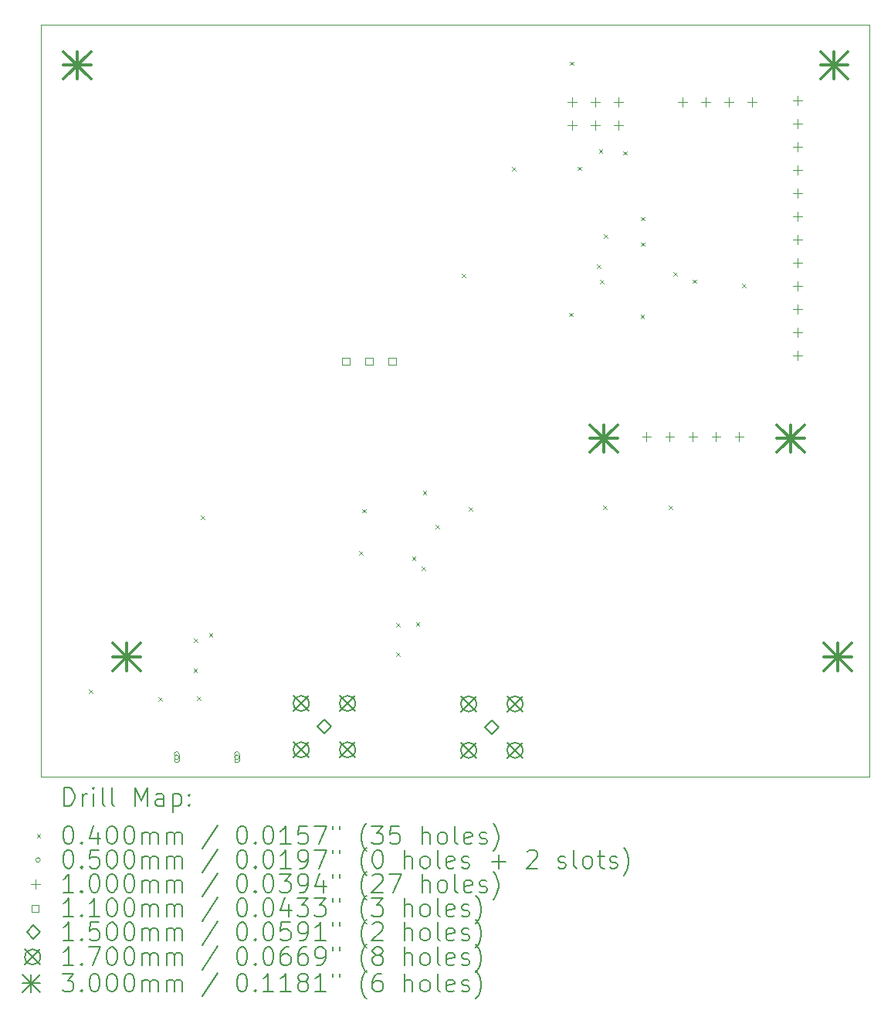
<source format=gbr>
%TF.GenerationSoftware,KiCad,Pcbnew,8.0.3*%
%TF.CreationDate,2024-07-02T16:04:20+02:00*%
%TF.ProjectId,sis5351a GPS controlled time base,73697335-3335-4316-9120-47505320636f,rev?*%
%TF.SameCoordinates,Original*%
%TF.FileFunction,Drillmap*%
%TF.FilePolarity,Positive*%
%FSLAX45Y45*%
G04 Gerber Fmt 4.5, Leading zero omitted, Abs format (unit mm)*
G04 Created by KiCad (PCBNEW 8.0.3) date 2024-07-02 16:04:20*
%MOMM*%
%LPD*%
G01*
G04 APERTURE LIST*
%ADD10C,0.100000*%
%ADD11C,0.200000*%
%ADD12C,0.110000*%
%ADD13C,0.150000*%
%ADD14C,0.170000*%
%ADD15C,0.300000*%
G04 APERTURE END LIST*
D10*
X12460160Y-5511700D02*
X21548540Y-5511700D01*
X21548540Y-13757040D01*
X12460160Y-13757040D01*
X12460160Y-5511700D01*
D11*
D10*
X12989650Y-12796580D02*
X13029650Y-12836580D01*
X13029650Y-12796580D02*
X12989650Y-12836580D01*
X13748870Y-12881020D02*
X13788870Y-12921020D01*
X13788870Y-12881020D02*
X13748870Y-12921020D01*
X14135000Y-12570000D02*
X14175000Y-12610000D01*
X14175000Y-12570000D02*
X14135000Y-12610000D01*
X14140680Y-12237470D02*
X14180680Y-12277470D01*
X14180680Y-12237470D02*
X14140680Y-12277470D01*
X14170000Y-12875000D02*
X14210000Y-12915000D01*
X14210000Y-12875000D02*
X14170000Y-12915000D01*
X14217570Y-10893630D02*
X14257570Y-10933630D01*
X14257570Y-10893630D02*
X14217570Y-10933630D01*
X14304840Y-12178180D02*
X14344840Y-12218180D01*
X14344840Y-12178180D02*
X14304840Y-12218180D01*
X15951700Y-11280000D02*
X15991700Y-11320000D01*
X15991700Y-11280000D02*
X15951700Y-11320000D01*
X15986410Y-10820000D02*
X16026410Y-10860000D01*
X16026410Y-10820000D02*
X15986410Y-10860000D01*
X16355000Y-12070000D02*
X16395000Y-12110000D01*
X16395000Y-12070000D02*
X16355000Y-12110000D01*
X16355000Y-12390000D02*
X16395000Y-12430000D01*
X16395000Y-12390000D02*
X16355000Y-12430000D01*
X16531250Y-11340790D02*
X16571250Y-11380790D01*
X16571250Y-11340790D02*
X16531250Y-11380790D01*
X16573140Y-12061030D02*
X16613140Y-12101030D01*
X16613140Y-12061030D02*
X16573140Y-12101030D01*
X16634230Y-11450470D02*
X16674230Y-11490470D01*
X16674230Y-11450470D02*
X16634230Y-11490470D01*
X16649820Y-10621600D02*
X16689820Y-10661600D01*
X16689820Y-10621600D02*
X16649820Y-10661600D01*
X16790000Y-10995000D02*
X16830000Y-11035000D01*
X16830000Y-10995000D02*
X16790000Y-11035000D01*
X17079280Y-8240000D02*
X17119280Y-8280000D01*
X17119280Y-8240000D02*
X17079280Y-8280000D01*
X17150000Y-10800000D02*
X17190000Y-10840000D01*
X17190000Y-10800000D02*
X17150000Y-10840000D01*
X17625000Y-7075000D02*
X17665000Y-7115000D01*
X17665000Y-7075000D02*
X17625000Y-7115000D01*
X18255000Y-8670000D02*
X18295000Y-8710000D01*
X18295000Y-8670000D02*
X18255000Y-8710000D01*
X18260000Y-5920000D02*
X18300000Y-5960000D01*
X18300000Y-5920000D02*
X18260000Y-5960000D01*
X18345000Y-7070000D02*
X18385000Y-7110000D01*
X18385000Y-7070000D02*
X18345000Y-7110000D01*
X18559140Y-8142900D02*
X18599140Y-8182900D01*
X18599140Y-8142900D02*
X18559140Y-8182900D01*
X18580000Y-6880000D02*
X18620000Y-6920000D01*
X18620000Y-6880000D02*
X18580000Y-6920000D01*
X18590000Y-8310000D02*
X18630000Y-8350000D01*
X18630000Y-8310000D02*
X18590000Y-8350000D01*
X18625000Y-10780000D02*
X18665000Y-10820000D01*
X18665000Y-10780000D02*
X18625000Y-10820000D01*
X18631590Y-7812450D02*
X18671590Y-7852450D01*
X18671590Y-7812450D02*
X18631590Y-7852450D01*
X18848910Y-6900160D02*
X18888910Y-6940160D01*
X18888910Y-6900160D02*
X18848910Y-6940160D01*
X19037350Y-8691850D02*
X19077350Y-8731850D01*
X19077350Y-8691850D02*
X19037350Y-8731850D01*
X19040000Y-7620000D02*
X19080000Y-7660000D01*
X19080000Y-7620000D02*
X19040000Y-7660000D01*
X19040000Y-7900000D02*
X19080000Y-7940000D01*
X19080000Y-7900000D02*
X19040000Y-7940000D01*
X19345000Y-10780000D02*
X19385000Y-10820000D01*
X19385000Y-10780000D02*
X19345000Y-10820000D01*
X19398440Y-8226780D02*
X19438440Y-8266780D01*
X19438440Y-8226780D02*
X19398440Y-8266780D01*
X19605120Y-8306780D02*
X19645120Y-8346780D01*
X19645120Y-8306780D02*
X19605120Y-8346780D01*
X20148020Y-8350830D02*
X20188020Y-8390830D01*
X20188020Y-8350830D02*
X20148020Y-8390830D01*
X13975000Y-13540000D02*
G75*
G02*
X13925000Y-13540000I-25000J0D01*
G01*
X13925000Y-13540000D02*
G75*
G02*
X13975000Y-13540000I25000J0D01*
G01*
X13975000Y-13575000D02*
X13975000Y-13505000D01*
X13925000Y-13505000D02*
G75*
G02*
X13975000Y-13505000I25000J0D01*
G01*
X13925000Y-13505000D02*
X13925000Y-13575000D01*
X13925000Y-13575000D02*
G75*
G03*
X13975000Y-13575000I25000J0D01*
G01*
X14635000Y-13540000D02*
G75*
G02*
X14585000Y-13540000I-25000J0D01*
G01*
X14585000Y-13540000D02*
G75*
G02*
X14635000Y-13540000I25000J0D01*
G01*
X14635000Y-13575000D02*
X14635000Y-13505000D01*
X14585000Y-13505000D02*
G75*
G02*
X14635000Y-13505000I25000J0D01*
G01*
X14585000Y-13505000D02*
X14585000Y-13575000D01*
X14585000Y-13575000D02*
G75*
G03*
X14635000Y-13575000I25000J0D01*
G01*
X18286000Y-6310000D02*
X18286000Y-6410000D01*
X18236000Y-6360000D02*
X18336000Y-6360000D01*
X18286000Y-6564000D02*
X18286000Y-6664000D01*
X18236000Y-6614000D02*
X18336000Y-6614000D01*
X18540000Y-6310000D02*
X18540000Y-6410000D01*
X18490000Y-6360000D02*
X18590000Y-6360000D01*
X18540000Y-6564000D02*
X18540000Y-6664000D01*
X18490000Y-6614000D02*
X18590000Y-6614000D01*
X18794000Y-6310000D02*
X18794000Y-6410000D01*
X18744000Y-6360000D02*
X18844000Y-6360000D01*
X18794000Y-6564000D02*
X18794000Y-6664000D01*
X18744000Y-6614000D02*
X18844000Y-6614000D01*
X19103000Y-9980000D02*
X19103000Y-10080000D01*
X19053000Y-10030000D02*
X19153000Y-10030000D01*
X19357000Y-9980000D02*
X19357000Y-10080000D01*
X19307000Y-10030000D02*
X19407000Y-10030000D01*
X19498000Y-6310000D02*
X19498000Y-6410000D01*
X19448000Y-6360000D02*
X19548000Y-6360000D01*
X19611000Y-9980000D02*
X19611000Y-10080000D01*
X19561000Y-10030000D02*
X19661000Y-10030000D01*
X19752000Y-6310000D02*
X19752000Y-6410000D01*
X19702000Y-6360000D02*
X19802000Y-6360000D01*
X19865000Y-9980000D02*
X19865000Y-10080000D01*
X19815000Y-10030000D02*
X19915000Y-10030000D01*
X20006000Y-6310000D02*
X20006000Y-6410000D01*
X19956000Y-6360000D02*
X20056000Y-6360000D01*
X20119000Y-9980000D02*
X20119000Y-10080000D01*
X20069000Y-10030000D02*
X20169000Y-10030000D01*
X20260000Y-6310000D02*
X20260000Y-6410000D01*
X20210000Y-6360000D02*
X20310000Y-6360000D01*
X20760000Y-6292000D02*
X20760000Y-6392000D01*
X20710000Y-6342000D02*
X20810000Y-6342000D01*
X20760000Y-6546000D02*
X20760000Y-6646000D01*
X20710000Y-6596000D02*
X20810000Y-6596000D01*
X20760000Y-6800000D02*
X20760000Y-6900000D01*
X20710000Y-6850000D02*
X20810000Y-6850000D01*
X20760000Y-7054000D02*
X20760000Y-7154000D01*
X20710000Y-7104000D02*
X20810000Y-7104000D01*
X20760000Y-7308000D02*
X20760000Y-7408000D01*
X20710000Y-7358000D02*
X20810000Y-7358000D01*
X20760000Y-7562000D02*
X20760000Y-7662000D01*
X20710000Y-7612000D02*
X20810000Y-7612000D01*
X20760000Y-7816000D02*
X20760000Y-7916000D01*
X20710000Y-7866000D02*
X20810000Y-7866000D01*
X20760000Y-8070000D02*
X20760000Y-8170000D01*
X20710000Y-8120000D02*
X20810000Y-8120000D01*
X20760000Y-8324000D02*
X20760000Y-8424000D01*
X20710000Y-8374000D02*
X20810000Y-8374000D01*
X20760000Y-8578000D02*
X20760000Y-8678000D01*
X20710000Y-8628000D02*
X20810000Y-8628000D01*
X20760000Y-8832000D02*
X20760000Y-8932000D01*
X20710000Y-8882000D02*
X20810000Y-8882000D01*
X20760000Y-9086000D02*
X20760000Y-9186000D01*
X20710000Y-9136000D02*
X20810000Y-9136000D01*
D12*
X15844891Y-9241891D02*
X15844891Y-9164109D01*
X15767109Y-9164109D01*
X15767109Y-9241891D01*
X15844891Y-9241891D01*
X16098891Y-9241891D02*
X16098891Y-9164109D01*
X16021109Y-9164109D01*
X16021109Y-9241891D01*
X16098891Y-9241891D01*
X16352891Y-9241891D02*
X16352891Y-9164109D01*
X16275109Y-9164109D01*
X16275109Y-9241891D01*
X16352891Y-9241891D01*
D13*
X15570000Y-13280000D02*
X15645000Y-13205000D01*
X15570000Y-13130000D01*
X15495000Y-13205000D01*
X15570000Y-13280000D01*
X17406000Y-13285000D02*
X17481000Y-13210000D01*
X17406000Y-13135000D01*
X17331000Y-13210000D01*
X17406000Y-13285000D01*
D14*
X15231000Y-12866000D02*
X15401000Y-13036000D01*
X15401000Y-12866000D02*
X15231000Y-13036000D01*
X15401000Y-12951000D02*
G75*
G02*
X15231000Y-12951000I-85000J0D01*
G01*
X15231000Y-12951000D02*
G75*
G02*
X15401000Y-12951000I85000J0D01*
G01*
X15231000Y-13374000D02*
X15401000Y-13544000D01*
X15401000Y-13374000D02*
X15231000Y-13544000D01*
X15401000Y-13459000D02*
G75*
G02*
X15231000Y-13459000I-85000J0D01*
G01*
X15231000Y-13459000D02*
G75*
G02*
X15401000Y-13459000I85000J0D01*
G01*
X15739000Y-12866000D02*
X15909000Y-13036000D01*
X15909000Y-12866000D02*
X15739000Y-13036000D01*
X15909000Y-12951000D02*
G75*
G02*
X15739000Y-12951000I-85000J0D01*
G01*
X15739000Y-12951000D02*
G75*
G02*
X15909000Y-12951000I85000J0D01*
G01*
X15739000Y-13374000D02*
X15909000Y-13544000D01*
X15909000Y-13374000D02*
X15739000Y-13544000D01*
X15909000Y-13459000D02*
G75*
G02*
X15739000Y-13459000I-85000J0D01*
G01*
X15739000Y-13459000D02*
G75*
G02*
X15909000Y-13459000I85000J0D01*
G01*
X17067000Y-12871000D02*
X17237000Y-13041000D01*
X17237000Y-12871000D02*
X17067000Y-13041000D01*
X17237000Y-12956000D02*
G75*
G02*
X17067000Y-12956000I-85000J0D01*
G01*
X17067000Y-12956000D02*
G75*
G02*
X17237000Y-12956000I85000J0D01*
G01*
X17067000Y-13379000D02*
X17237000Y-13549000D01*
X17237000Y-13379000D02*
X17067000Y-13549000D01*
X17237000Y-13464000D02*
G75*
G02*
X17067000Y-13464000I-85000J0D01*
G01*
X17067000Y-13464000D02*
G75*
G02*
X17237000Y-13464000I85000J0D01*
G01*
X17575000Y-12871000D02*
X17745000Y-13041000D01*
X17745000Y-12871000D02*
X17575000Y-13041000D01*
X17745000Y-12956000D02*
G75*
G02*
X17575000Y-12956000I-85000J0D01*
G01*
X17575000Y-12956000D02*
G75*
G02*
X17745000Y-12956000I85000J0D01*
G01*
X17575000Y-13379000D02*
X17745000Y-13549000D01*
X17745000Y-13379000D02*
X17575000Y-13549000D01*
X17745000Y-13464000D02*
G75*
G02*
X17575000Y-13464000I-85000J0D01*
G01*
X17575000Y-13464000D02*
G75*
G02*
X17745000Y-13464000I85000J0D01*
G01*
D15*
X12710000Y-5810000D02*
X13010000Y-6110000D01*
X13010000Y-5810000D02*
X12710000Y-6110000D01*
X12860000Y-5810000D02*
X12860000Y-6110000D01*
X12710000Y-5960000D02*
X13010000Y-5960000D01*
X13250000Y-12290000D02*
X13550000Y-12590000D01*
X13550000Y-12290000D02*
X13250000Y-12590000D01*
X13400000Y-12290000D02*
X13400000Y-12590000D01*
X13250000Y-12440000D02*
X13550000Y-12440000D01*
X18481500Y-9898000D02*
X18781500Y-10198000D01*
X18781500Y-9898000D02*
X18481500Y-10198000D01*
X18631500Y-9898000D02*
X18631500Y-10198000D01*
X18481500Y-10048000D02*
X18781500Y-10048000D01*
X20531500Y-9898000D02*
X20831500Y-10198000D01*
X20831500Y-9898000D02*
X20531500Y-10198000D01*
X20681500Y-9898000D02*
X20681500Y-10198000D01*
X20531500Y-10048000D02*
X20831500Y-10048000D01*
X21010000Y-5810000D02*
X21310000Y-6110000D01*
X21310000Y-5810000D02*
X21010000Y-6110000D01*
X21160000Y-5810000D02*
X21160000Y-6110000D01*
X21010000Y-5960000D02*
X21310000Y-5960000D01*
X21050000Y-12290000D02*
X21350000Y-12590000D01*
X21350000Y-12290000D02*
X21050000Y-12590000D01*
X21200000Y-12290000D02*
X21200000Y-12590000D01*
X21050000Y-12440000D02*
X21350000Y-12440000D01*
D11*
X12715937Y-14073524D02*
X12715937Y-13873524D01*
X12715937Y-13873524D02*
X12763556Y-13873524D01*
X12763556Y-13873524D02*
X12792127Y-13883048D01*
X12792127Y-13883048D02*
X12811175Y-13902095D01*
X12811175Y-13902095D02*
X12820699Y-13921143D01*
X12820699Y-13921143D02*
X12830222Y-13959238D01*
X12830222Y-13959238D02*
X12830222Y-13987809D01*
X12830222Y-13987809D02*
X12820699Y-14025905D01*
X12820699Y-14025905D02*
X12811175Y-14044952D01*
X12811175Y-14044952D02*
X12792127Y-14064000D01*
X12792127Y-14064000D02*
X12763556Y-14073524D01*
X12763556Y-14073524D02*
X12715937Y-14073524D01*
X12915937Y-14073524D02*
X12915937Y-13940190D01*
X12915937Y-13978286D02*
X12925461Y-13959238D01*
X12925461Y-13959238D02*
X12934984Y-13949714D01*
X12934984Y-13949714D02*
X12954032Y-13940190D01*
X12954032Y-13940190D02*
X12973080Y-13940190D01*
X13039746Y-14073524D02*
X13039746Y-13940190D01*
X13039746Y-13873524D02*
X13030222Y-13883048D01*
X13030222Y-13883048D02*
X13039746Y-13892571D01*
X13039746Y-13892571D02*
X13049270Y-13883048D01*
X13049270Y-13883048D02*
X13039746Y-13873524D01*
X13039746Y-13873524D02*
X13039746Y-13892571D01*
X13163556Y-14073524D02*
X13144508Y-14064000D01*
X13144508Y-14064000D02*
X13134984Y-14044952D01*
X13134984Y-14044952D02*
X13134984Y-13873524D01*
X13268318Y-14073524D02*
X13249270Y-14064000D01*
X13249270Y-14064000D02*
X13239746Y-14044952D01*
X13239746Y-14044952D02*
X13239746Y-13873524D01*
X13496889Y-14073524D02*
X13496889Y-13873524D01*
X13496889Y-13873524D02*
X13563556Y-14016381D01*
X13563556Y-14016381D02*
X13630222Y-13873524D01*
X13630222Y-13873524D02*
X13630222Y-14073524D01*
X13811175Y-14073524D02*
X13811175Y-13968762D01*
X13811175Y-13968762D02*
X13801651Y-13949714D01*
X13801651Y-13949714D02*
X13782603Y-13940190D01*
X13782603Y-13940190D02*
X13744508Y-13940190D01*
X13744508Y-13940190D02*
X13725461Y-13949714D01*
X13811175Y-14064000D02*
X13792127Y-14073524D01*
X13792127Y-14073524D02*
X13744508Y-14073524D01*
X13744508Y-14073524D02*
X13725461Y-14064000D01*
X13725461Y-14064000D02*
X13715937Y-14044952D01*
X13715937Y-14044952D02*
X13715937Y-14025905D01*
X13715937Y-14025905D02*
X13725461Y-14006857D01*
X13725461Y-14006857D02*
X13744508Y-13997333D01*
X13744508Y-13997333D02*
X13792127Y-13997333D01*
X13792127Y-13997333D02*
X13811175Y-13987809D01*
X13906413Y-13940190D02*
X13906413Y-14140190D01*
X13906413Y-13949714D02*
X13925461Y-13940190D01*
X13925461Y-13940190D02*
X13963556Y-13940190D01*
X13963556Y-13940190D02*
X13982603Y-13949714D01*
X13982603Y-13949714D02*
X13992127Y-13959238D01*
X13992127Y-13959238D02*
X14001651Y-13978286D01*
X14001651Y-13978286D02*
X14001651Y-14035428D01*
X14001651Y-14035428D02*
X13992127Y-14054476D01*
X13992127Y-14054476D02*
X13982603Y-14064000D01*
X13982603Y-14064000D02*
X13963556Y-14073524D01*
X13963556Y-14073524D02*
X13925461Y-14073524D01*
X13925461Y-14073524D02*
X13906413Y-14064000D01*
X14087365Y-14054476D02*
X14096889Y-14064000D01*
X14096889Y-14064000D02*
X14087365Y-14073524D01*
X14087365Y-14073524D02*
X14077842Y-14064000D01*
X14077842Y-14064000D02*
X14087365Y-14054476D01*
X14087365Y-14054476D02*
X14087365Y-14073524D01*
X14087365Y-13949714D02*
X14096889Y-13959238D01*
X14096889Y-13959238D02*
X14087365Y-13968762D01*
X14087365Y-13968762D02*
X14077842Y-13959238D01*
X14077842Y-13959238D02*
X14087365Y-13949714D01*
X14087365Y-13949714D02*
X14087365Y-13968762D01*
D10*
X12415160Y-14382040D02*
X12455160Y-14422040D01*
X12455160Y-14382040D02*
X12415160Y-14422040D01*
D11*
X12754032Y-14293524D02*
X12773080Y-14293524D01*
X12773080Y-14293524D02*
X12792127Y-14303048D01*
X12792127Y-14303048D02*
X12801651Y-14312571D01*
X12801651Y-14312571D02*
X12811175Y-14331619D01*
X12811175Y-14331619D02*
X12820699Y-14369714D01*
X12820699Y-14369714D02*
X12820699Y-14417333D01*
X12820699Y-14417333D02*
X12811175Y-14455428D01*
X12811175Y-14455428D02*
X12801651Y-14474476D01*
X12801651Y-14474476D02*
X12792127Y-14484000D01*
X12792127Y-14484000D02*
X12773080Y-14493524D01*
X12773080Y-14493524D02*
X12754032Y-14493524D01*
X12754032Y-14493524D02*
X12734984Y-14484000D01*
X12734984Y-14484000D02*
X12725461Y-14474476D01*
X12725461Y-14474476D02*
X12715937Y-14455428D01*
X12715937Y-14455428D02*
X12706413Y-14417333D01*
X12706413Y-14417333D02*
X12706413Y-14369714D01*
X12706413Y-14369714D02*
X12715937Y-14331619D01*
X12715937Y-14331619D02*
X12725461Y-14312571D01*
X12725461Y-14312571D02*
X12734984Y-14303048D01*
X12734984Y-14303048D02*
X12754032Y-14293524D01*
X12906413Y-14474476D02*
X12915937Y-14484000D01*
X12915937Y-14484000D02*
X12906413Y-14493524D01*
X12906413Y-14493524D02*
X12896889Y-14484000D01*
X12896889Y-14484000D02*
X12906413Y-14474476D01*
X12906413Y-14474476D02*
X12906413Y-14493524D01*
X13087365Y-14360190D02*
X13087365Y-14493524D01*
X13039746Y-14284000D02*
X12992127Y-14426857D01*
X12992127Y-14426857D02*
X13115937Y-14426857D01*
X13230222Y-14293524D02*
X13249270Y-14293524D01*
X13249270Y-14293524D02*
X13268318Y-14303048D01*
X13268318Y-14303048D02*
X13277842Y-14312571D01*
X13277842Y-14312571D02*
X13287365Y-14331619D01*
X13287365Y-14331619D02*
X13296889Y-14369714D01*
X13296889Y-14369714D02*
X13296889Y-14417333D01*
X13296889Y-14417333D02*
X13287365Y-14455428D01*
X13287365Y-14455428D02*
X13277842Y-14474476D01*
X13277842Y-14474476D02*
X13268318Y-14484000D01*
X13268318Y-14484000D02*
X13249270Y-14493524D01*
X13249270Y-14493524D02*
X13230222Y-14493524D01*
X13230222Y-14493524D02*
X13211175Y-14484000D01*
X13211175Y-14484000D02*
X13201651Y-14474476D01*
X13201651Y-14474476D02*
X13192127Y-14455428D01*
X13192127Y-14455428D02*
X13182603Y-14417333D01*
X13182603Y-14417333D02*
X13182603Y-14369714D01*
X13182603Y-14369714D02*
X13192127Y-14331619D01*
X13192127Y-14331619D02*
X13201651Y-14312571D01*
X13201651Y-14312571D02*
X13211175Y-14303048D01*
X13211175Y-14303048D02*
X13230222Y-14293524D01*
X13420699Y-14293524D02*
X13439746Y-14293524D01*
X13439746Y-14293524D02*
X13458794Y-14303048D01*
X13458794Y-14303048D02*
X13468318Y-14312571D01*
X13468318Y-14312571D02*
X13477842Y-14331619D01*
X13477842Y-14331619D02*
X13487365Y-14369714D01*
X13487365Y-14369714D02*
X13487365Y-14417333D01*
X13487365Y-14417333D02*
X13477842Y-14455428D01*
X13477842Y-14455428D02*
X13468318Y-14474476D01*
X13468318Y-14474476D02*
X13458794Y-14484000D01*
X13458794Y-14484000D02*
X13439746Y-14493524D01*
X13439746Y-14493524D02*
X13420699Y-14493524D01*
X13420699Y-14493524D02*
X13401651Y-14484000D01*
X13401651Y-14484000D02*
X13392127Y-14474476D01*
X13392127Y-14474476D02*
X13382603Y-14455428D01*
X13382603Y-14455428D02*
X13373080Y-14417333D01*
X13373080Y-14417333D02*
X13373080Y-14369714D01*
X13373080Y-14369714D02*
X13382603Y-14331619D01*
X13382603Y-14331619D02*
X13392127Y-14312571D01*
X13392127Y-14312571D02*
X13401651Y-14303048D01*
X13401651Y-14303048D02*
X13420699Y-14293524D01*
X13573080Y-14493524D02*
X13573080Y-14360190D01*
X13573080Y-14379238D02*
X13582603Y-14369714D01*
X13582603Y-14369714D02*
X13601651Y-14360190D01*
X13601651Y-14360190D02*
X13630223Y-14360190D01*
X13630223Y-14360190D02*
X13649270Y-14369714D01*
X13649270Y-14369714D02*
X13658794Y-14388762D01*
X13658794Y-14388762D02*
X13658794Y-14493524D01*
X13658794Y-14388762D02*
X13668318Y-14369714D01*
X13668318Y-14369714D02*
X13687365Y-14360190D01*
X13687365Y-14360190D02*
X13715937Y-14360190D01*
X13715937Y-14360190D02*
X13734984Y-14369714D01*
X13734984Y-14369714D02*
X13744508Y-14388762D01*
X13744508Y-14388762D02*
X13744508Y-14493524D01*
X13839746Y-14493524D02*
X13839746Y-14360190D01*
X13839746Y-14379238D02*
X13849270Y-14369714D01*
X13849270Y-14369714D02*
X13868318Y-14360190D01*
X13868318Y-14360190D02*
X13896889Y-14360190D01*
X13896889Y-14360190D02*
X13915937Y-14369714D01*
X13915937Y-14369714D02*
X13925461Y-14388762D01*
X13925461Y-14388762D02*
X13925461Y-14493524D01*
X13925461Y-14388762D02*
X13934984Y-14369714D01*
X13934984Y-14369714D02*
X13954032Y-14360190D01*
X13954032Y-14360190D02*
X13982603Y-14360190D01*
X13982603Y-14360190D02*
X14001651Y-14369714D01*
X14001651Y-14369714D02*
X14011175Y-14388762D01*
X14011175Y-14388762D02*
X14011175Y-14493524D01*
X14401651Y-14284000D02*
X14230223Y-14541143D01*
X14658794Y-14293524D02*
X14677842Y-14293524D01*
X14677842Y-14293524D02*
X14696889Y-14303048D01*
X14696889Y-14303048D02*
X14706413Y-14312571D01*
X14706413Y-14312571D02*
X14715937Y-14331619D01*
X14715937Y-14331619D02*
X14725461Y-14369714D01*
X14725461Y-14369714D02*
X14725461Y-14417333D01*
X14725461Y-14417333D02*
X14715937Y-14455428D01*
X14715937Y-14455428D02*
X14706413Y-14474476D01*
X14706413Y-14474476D02*
X14696889Y-14484000D01*
X14696889Y-14484000D02*
X14677842Y-14493524D01*
X14677842Y-14493524D02*
X14658794Y-14493524D01*
X14658794Y-14493524D02*
X14639746Y-14484000D01*
X14639746Y-14484000D02*
X14630223Y-14474476D01*
X14630223Y-14474476D02*
X14620699Y-14455428D01*
X14620699Y-14455428D02*
X14611175Y-14417333D01*
X14611175Y-14417333D02*
X14611175Y-14369714D01*
X14611175Y-14369714D02*
X14620699Y-14331619D01*
X14620699Y-14331619D02*
X14630223Y-14312571D01*
X14630223Y-14312571D02*
X14639746Y-14303048D01*
X14639746Y-14303048D02*
X14658794Y-14293524D01*
X14811175Y-14474476D02*
X14820699Y-14484000D01*
X14820699Y-14484000D02*
X14811175Y-14493524D01*
X14811175Y-14493524D02*
X14801651Y-14484000D01*
X14801651Y-14484000D02*
X14811175Y-14474476D01*
X14811175Y-14474476D02*
X14811175Y-14493524D01*
X14944508Y-14293524D02*
X14963556Y-14293524D01*
X14963556Y-14293524D02*
X14982604Y-14303048D01*
X14982604Y-14303048D02*
X14992127Y-14312571D01*
X14992127Y-14312571D02*
X15001651Y-14331619D01*
X15001651Y-14331619D02*
X15011175Y-14369714D01*
X15011175Y-14369714D02*
X15011175Y-14417333D01*
X15011175Y-14417333D02*
X15001651Y-14455428D01*
X15001651Y-14455428D02*
X14992127Y-14474476D01*
X14992127Y-14474476D02*
X14982604Y-14484000D01*
X14982604Y-14484000D02*
X14963556Y-14493524D01*
X14963556Y-14493524D02*
X14944508Y-14493524D01*
X14944508Y-14493524D02*
X14925461Y-14484000D01*
X14925461Y-14484000D02*
X14915937Y-14474476D01*
X14915937Y-14474476D02*
X14906413Y-14455428D01*
X14906413Y-14455428D02*
X14896889Y-14417333D01*
X14896889Y-14417333D02*
X14896889Y-14369714D01*
X14896889Y-14369714D02*
X14906413Y-14331619D01*
X14906413Y-14331619D02*
X14915937Y-14312571D01*
X14915937Y-14312571D02*
X14925461Y-14303048D01*
X14925461Y-14303048D02*
X14944508Y-14293524D01*
X15201651Y-14493524D02*
X15087366Y-14493524D01*
X15144508Y-14493524D02*
X15144508Y-14293524D01*
X15144508Y-14293524D02*
X15125461Y-14322095D01*
X15125461Y-14322095D02*
X15106413Y-14341143D01*
X15106413Y-14341143D02*
X15087366Y-14350667D01*
X15382604Y-14293524D02*
X15287366Y-14293524D01*
X15287366Y-14293524D02*
X15277842Y-14388762D01*
X15277842Y-14388762D02*
X15287366Y-14379238D01*
X15287366Y-14379238D02*
X15306413Y-14369714D01*
X15306413Y-14369714D02*
X15354032Y-14369714D01*
X15354032Y-14369714D02*
X15373080Y-14379238D01*
X15373080Y-14379238D02*
X15382604Y-14388762D01*
X15382604Y-14388762D02*
X15392127Y-14407809D01*
X15392127Y-14407809D02*
X15392127Y-14455428D01*
X15392127Y-14455428D02*
X15382604Y-14474476D01*
X15382604Y-14474476D02*
X15373080Y-14484000D01*
X15373080Y-14484000D02*
X15354032Y-14493524D01*
X15354032Y-14493524D02*
X15306413Y-14493524D01*
X15306413Y-14493524D02*
X15287366Y-14484000D01*
X15287366Y-14484000D02*
X15277842Y-14474476D01*
X15458794Y-14293524D02*
X15592127Y-14293524D01*
X15592127Y-14293524D02*
X15506413Y-14493524D01*
X15658794Y-14293524D02*
X15658794Y-14331619D01*
X15734985Y-14293524D02*
X15734985Y-14331619D01*
X16030223Y-14569714D02*
X16020699Y-14560190D01*
X16020699Y-14560190D02*
X16001651Y-14531619D01*
X16001651Y-14531619D02*
X15992128Y-14512571D01*
X15992128Y-14512571D02*
X15982604Y-14484000D01*
X15982604Y-14484000D02*
X15973080Y-14436381D01*
X15973080Y-14436381D02*
X15973080Y-14398286D01*
X15973080Y-14398286D02*
X15982604Y-14350667D01*
X15982604Y-14350667D02*
X15992128Y-14322095D01*
X15992128Y-14322095D02*
X16001651Y-14303048D01*
X16001651Y-14303048D02*
X16020699Y-14274476D01*
X16020699Y-14274476D02*
X16030223Y-14264952D01*
X16087366Y-14293524D02*
X16211175Y-14293524D01*
X16211175Y-14293524D02*
X16144508Y-14369714D01*
X16144508Y-14369714D02*
X16173080Y-14369714D01*
X16173080Y-14369714D02*
X16192128Y-14379238D01*
X16192128Y-14379238D02*
X16201651Y-14388762D01*
X16201651Y-14388762D02*
X16211175Y-14407809D01*
X16211175Y-14407809D02*
X16211175Y-14455428D01*
X16211175Y-14455428D02*
X16201651Y-14474476D01*
X16201651Y-14474476D02*
X16192128Y-14484000D01*
X16192128Y-14484000D02*
X16173080Y-14493524D01*
X16173080Y-14493524D02*
X16115937Y-14493524D01*
X16115937Y-14493524D02*
X16096889Y-14484000D01*
X16096889Y-14484000D02*
X16087366Y-14474476D01*
X16392128Y-14293524D02*
X16296889Y-14293524D01*
X16296889Y-14293524D02*
X16287366Y-14388762D01*
X16287366Y-14388762D02*
X16296889Y-14379238D01*
X16296889Y-14379238D02*
X16315937Y-14369714D01*
X16315937Y-14369714D02*
X16363556Y-14369714D01*
X16363556Y-14369714D02*
X16382604Y-14379238D01*
X16382604Y-14379238D02*
X16392128Y-14388762D01*
X16392128Y-14388762D02*
X16401651Y-14407809D01*
X16401651Y-14407809D02*
X16401651Y-14455428D01*
X16401651Y-14455428D02*
X16392128Y-14474476D01*
X16392128Y-14474476D02*
X16382604Y-14484000D01*
X16382604Y-14484000D02*
X16363556Y-14493524D01*
X16363556Y-14493524D02*
X16315937Y-14493524D01*
X16315937Y-14493524D02*
X16296889Y-14484000D01*
X16296889Y-14484000D02*
X16287366Y-14474476D01*
X16639747Y-14493524D02*
X16639747Y-14293524D01*
X16725461Y-14493524D02*
X16725461Y-14388762D01*
X16725461Y-14388762D02*
X16715937Y-14369714D01*
X16715937Y-14369714D02*
X16696890Y-14360190D01*
X16696890Y-14360190D02*
X16668318Y-14360190D01*
X16668318Y-14360190D02*
X16649270Y-14369714D01*
X16649270Y-14369714D02*
X16639747Y-14379238D01*
X16849271Y-14493524D02*
X16830223Y-14484000D01*
X16830223Y-14484000D02*
X16820699Y-14474476D01*
X16820699Y-14474476D02*
X16811175Y-14455428D01*
X16811175Y-14455428D02*
X16811175Y-14398286D01*
X16811175Y-14398286D02*
X16820699Y-14379238D01*
X16820699Y-14379238D02*
X16830223Y-14369714D01*
X16830223Y-14369714D02*
X16849271Y-14360190D01*
X16849271Y-14360190D02*
X16877842Y-14360190D01*
X16877842Y-14360190D02*
X16896890Y-14369714D01*
X16896890Y-14369714D02*
X16906413Y-14379238D01*
X16906413Y-14379238D02*
X16915937Y-14398286D01*
X16915937Y-14398286D02*
X16915937Y-14455428D01*
X16915937Y-14455428D02*
X16906413Y-14474476D01*
X16906413Y-14474476D02*
X16896890Y-14484000D01*
X16896890Y-14484000D02*
X16877842Y-14493524D01*
X16877842Y-14493524D02*
X16849271Y-14493524D01*
X17030223Y-14493524D02*
X17011175Y-14484000D01*
X17011175Y-14484000D02*
X17001652Y-14464952D01*
X17001652Y-14464952D02*
X17001652Y-14293524D01*
X17182604Y-14484000D02*
X17163556Y-14493524D01*
X17163556Y-14493524D02*
X17125461Y-14493524D01*
X17125461Y-14493524D02*
X17106413Y-14484000D01*
X17106413Y-14484000D02*
X17096890Y-14464952D01*
X17096890Y-14464952D02*
X17096890Y-14388762D01*
X17096890Y-14388762D02*
X17106413Y-14369714D01*
X17106413Y-14369714D02*
X17125461Y-14360190D01*
X17125461Y-14360190D02*
X17163556Y-14360190D01*
X17163556Y-14360190D02*
X17182604Y-14369714D01*
X17182604Y-14369714D02*
X17192128Y-14388762D01*
X17192128Y-14388762D02*
X17192128Y-14407809D01*
X17192128Y-14407809D02*
X17096890Y-14426857D01*
X17268318Y-14484000D02*
X17287366Y-14493524D01*
X17287366Y-14493524D02*
X17325461Y-14493524D01*
X17325461Y-14493524D02*
X17344509Y-14484000D01*
X17344509Y-14484000D02*
X17354033Y-14464952D01*
X17354033Y-14464952D02*
X17354033Y-14455428D01*
X17354033Y-14455428D02*
X17344509Y-14436381D01*
X17344509Y-14436381D02*
X17325461Y-14426857D01*
X17325461Y-14426857D02*
X17296890Y-14426857D01*
X17296890Y-14426857D02*
X17277842Y-14417333D01*
X17277842Y-14417333D02*
X17268318Y-14398286D01*
X17268318Y-14398286D02*
X17268318Y-14388762D01*
X17268318Y-14388762D02*
X17277842Y-14369714D01*
X17277842Y-14369714D02*
X17296890Y-14360190D01*
X17296890Y-14360190D02*
X17325461Y-14360190D01*
X17325461Y-14360190D02*
X17344509Y-14369714D01*
X17420699Y-14569714D02*
X17430223Y-14560190D01*
X17430223Y-14560190D02*
X17449271Y-14531619D01*
X17449271Y-14531619D02*
X17458794Y-14512571D01*
X17458794Y-14512571D02*
X17468318Y-14484000D01*
X17468318Y-14484000D02*
X17477842Y-14436381D01*
X17477842Y-14436381D02*
X17477842Y-14398286D01*
X17477842Y-14398286D02*
X17468318Y-14350667D01*
X17468318Y-14350667D02*
X17458794Y-14322095D01*
X17458794Y-14322095D02*
X17449271Y-14303048D01*
X17449271Y-14303048D02*
X17430223Y-14274476D01*
X17430223Y-14274476D02*
X17420699Y-14264952D01*
D10*
X12455160Y-14666040D02*
G75*
G02*
X12405160Y-14666040I-25000J0D01*
G01*
X12405160Y-14666040D02*
G75*
G02*
X12455160Y-14666040I25000J0D01*
G01*
D11*
X12754032Y-14557524D02*
X12773080Y-14557524D01*
X12773080Y-14557524D02*
X12792127Y-14567048D01*
X12792127Y-14567048D02*
X12801651Y-14576571D01*
X12801651Y-14576571D02*
X12811175Y-14595619D01*
X12811175Y-14595619D02*
X12820699Y-14633714D01*
X12820699Y-14633714D02*
X12820699Y-14681333D01*
X12820699Y-14681333D02*
X12811175Y-14719428D01*
X12811175Y-14719428D02*
X12801651Y-14738476D01*
X12801651Y-14738476D02*
X12792127Y-14748000D01*
X12792127Y-14748000D02*
X12773080Y-14757524D01*
X12773080Y-14757524D02*
X12754032Y-14757524D01*
X12754032Y-14757524D02*
X12734984Y-14748000D01*
X12734984Y-14748000D02*
X12725461Y-14738476D01*
X12725461Y-14738476D02*
X12715937Y-14719428D01*
X12715937Y-14719428D02*
X12706413Y-14681333D01*
X12706413Y-14681333D02*
X12706413Y-14633714D01*
X12706413Y-14633714D02*
X12715937Y-14595619D01*
X12715937Y-14595619D02*
X12725461Y-14576571D01*
X12725461Y-14576571D02*
X12734984Y-14567048D01*
X12734984Y-14567048D02*
X12754032Y-14557524D01*
X12906413Y-14738476D02*
X12915937Y-14748000D01*
X12915937Y-14748000D02*
X12906413Y-14757524D01*
X12906413Y-14757524D02*
X12896889Y-14748000D01*
X12896889Y-14748000D02*
X12906413Y-14738476D01*
X12906413Y-14738476D02*
X12906413Y-14757524D01*
X13096889Y-14557524D02*
X13001651Y-14557524D01*
X13001651Y-14557524D02*
X12992127Y-14652762D01*
X12992127Y-14652762D02*
X13001651Y-14643238D01*
X13001651Y-14643238D02*
X13020699Y-14633714D01*
X13020699Y-14633714D02*
X13068318Y-14633714D01*
X13068318Y-14633714D02*
X13087365Y-14643238D01*
X13087365Y-14643238D02*
X13096889Y-14652762D01*
X13096889Y-14652762D02*
X13106413Y-14671809D01*
X13106413Y-14671809D02*
X13106413Y-14719428D01*
X13106413Y-14719428D02*
X13096889Y-14738476D01*
X13096889Y-14738476D02*
X13087365Y-14748000D01*
X13087365Y-14748000D02*
X13068318Y-14757524D01*
X13068318Y-14757524D02*
X13020699Y-14757524D01*
X13020699Y-14757524D02*
X13001651Y-14748000D01*
X13001651Y-14748000D02*
X12992127Y-14738476D01*
X13230222Y-14557524D02*
X13249270Y-14557524D01*
X13249270Y-14557524D02*
X13268318Y-14567048D01*
X13268318Y-14567048D02*
X13277842Y-14576571D01*
X13277842Y-14576571D02*
X13287365Y-14595619D01*
X13287365Y-14595619D02*
X13296889Y-14633714D01*
X13296889Y-14633714D02*
X13296889Y-14681333D01*
X13296889Y-14681333D02*
X13287365Y-14719428D01*
X13287365Y-14719428D02*
X13277842Y-14738476D01*
X13277842Y-14738476D02*
X13268318Y-14748000D01*
X13268318Y-14748000D02*
X13249270Y-14757524D01*
X13249270Y-14757524D02*
X13230222Y-14757524D01*
X13230222Y-14757524D02*
X13211175Y-14748000D01*
X13211175Y-14748000D02*
X13201651Y-14738476D01*
X13201651Y-14738476D02*
X13192127Y-14719428D01*
X13192127Y-14719428D02*
X13182603Y-14681333D01*
X13182603Y-14681333D02*
X13182603Y-14633714D01*
X13182603Y-14633714D02*
X13192127Y-14595619D01*
X13192127Y-14595619D02*
X13201651Y-14576571D01*
X13201651Y-14576571D02*
X13211175Y-14567048D01*
X13211175Y-14567048D02*
X13230222Y-14557524D01*
X13420699Y-14557524D02*
X13439746Y-14557524D01*
X13439746Y-14557524D02*
X13458794Y-14567048D01*
X13458794Y-14567048D02*
X13468318Y-14576571D01*
X13468318Y-14576571D02*
X13477842Y-14595619D01*
X13477842Y-14595619D02*
X13487365Y-14633714D01*
X13487365Y-14633714D02*
X13487365Y-14681333D01*
X13487365Y-14681333D02*
X13477842Y-14719428D01*
X13477842Y-14719428D02*
X13468318Y-14738476D01*
X13468318Y-14738476D02*
X13458794Y-14748000D01*
X13458794Y-14748000D02*
X13439746Y-14757524D01*
X13439746Y-14757524D02*
X13420699Y-14757524D01*
X13420699Y-14757524D02*
X13401651Y-14748000D01*
X13401651Y-14748000D02*
X13392127Y-14738476D01*
X13392127Y-14738476D02*
X13382603Y-14719428D01*
X13382603Y-14719428D02*
X13373080Y-14681333D01*
X13373080Y-14681333D02*
X13373080Y-14633714D01*
X13373080Y-14633714D02*
X13382603Y-14595619D01*
X13382603Y-14595619D02*
X13392127Y-14576571D01*
X13392127Y-14576571D02*
X13401651Y-14567048D01*
X13401651Y-14567048D02*
X13420699Y-14557524D01*
X13573080Y-14757524D02*
X13573080Y-14624190D01*
X13573080Y-14643238D02*
X13582603Y-14633714D01*
X13582603Y-14633714D02*
X13601651Y-14624190D01*
X13601651Y-14624190D02*
X13630223Y-14624190D01*
X13630223Y-14624190D02*
X13649270Y-14633714D01*
X13649270Y-14633714D02*
X13658794Y-14652762D01*
X13658794Y-14652762D02*
X13658794Y-14757524D01*
X13658794Y-14652762D02*
X13668318Y-14633714D01*
X13668318Y-14633714D02*
X13687365Y-14624190D01*
X13687365Y-14624190D02*
X13715937Y-14624190D01*
X13715937Y-14624190D02*
X13734984Y-14633714D01*
X13734984Y-14633714D02*
X13744508Y-14652762D01*
X13744508Y-14652762D02*
X13744508Y-14757524D01*
X13839746Y-14757524D02*
X13839746Y-14624190D01*
X13839746Y-14643238D02*
X13849270Y-14633714D01*
X13849270Y-14633714D02*
X13868318Y-14624190D01*
X13868318Y-14624190D02*
X13896889Y-14624190D01*
X13896889Y-14624190D02*
X13915937Y-14633714D01*
X13915937Y-14633714D02*
X13925461Y-14652762D01*
X13925461Y-14652762D02*
X13925461Y-14757524D01*
X13925461Y-14652762D02*
X13934984Y-14633714D01*
X13934984Y-14633714D02*
X13954032Y-14624190D01*
X13954032Y-14624190D02*
X13982603Y-14624190D01*
X13982603Y-14624190D02*
X14001651Y-14633714D01*
X14001651Y-14633714D02*
X14011175Y-14652762D01*
X14011175Y-14652762D02*
X14011175Y-14757524D01*
X14401651Y-14548000D02*
X14230223Y-14805143D01*
X14658794Y-14557524D02*
X14677842Y-14557524D01*
X14677842Y-14557524D02*
X14696889Y-14567048D01*
X14696889Y-14567048D02*
X14706413Y-14576571D01*
X14706413Y-14576571D02*
X14715937Y-14595619D01*
X14715937Y-14595619D02*
X14725461Y-14633714D01*
X14725461Y-14633714D02*
X14725461Y-14681333D01*
X14725461Y-14681333D02*
X14715937Y-14719428D01*
X14715937Y-14719428D02*
X14706413Y-14738476D01*
X14706413Y-14738476D02*
X14696889Y-14748000D01*
X14696889Y-14748000D02*
X14677842Y-14757524D01*
X14677842Y-14757524D02*
X14658794Y-14757524D01*
X14658794Y-14757524D02*
X14639746Y-14748000D01*
X14639746Y-14748000D02*
X14630223Y-14738476D01*
X14630223Y-14738476D02*
X14620699Y-14719428D01*
X14620699Y-14719428D02*
X14611175Y-14681333D01*
X14611175Y-14681333D02*
X14611175Y-14633714D01*
X14611175Y-14633714D02*
X14620699Y-14595619D01*
X14620699Y-14595619D02*
X14630223Y-14576571D01*
X14630223Y-14576571D02*
X14639746Y-14567048D01*
X14639746Y-14567048D02*
X14658794Y-14557524D01*
X14811175Y-14738476D02*
X14820699Y-14748000D01*
X14820699Y-14748000D02*
X14811175Y-14757524D01*
X14811175Y-14757524D02*
X14801651Y-14748000D01*
X14801651Y-14748000D02*
X14811175Y-14738476D01*
X14811175Y-14738476D02*
X14811175Y-14757524D01*
X14944508Y-14557524D02*
X14963556Y-14557524D01*
X14963556Y-14557524D02*
X14982604Y-14567048D01*
X14982604Y-14567048D02*
X14992127Y-14576571D01*
X14992127Y-14576571D02*
X15001651Y-14595619D01*
X15001651Y-14595619D02*
X15011175Y-14633714D01*
X15011175Y-14633714D02*
X15011175Y-14681333D01*
X15011175Y-14681333D02*
X15001651Y-14719428D01*
X15001651Y-14719428D02*
X14992127Y-14738476D01*
X14992127Y-14738476D02*
X14982604Y-14748000D01*
X14982604Y-14748000D02*
X14963556Y-14757524D01*
X14963556Y-14757524D02*
X14944508Y-14757524D01*
X14944508Y-14757524D02*
X14925461Y-14748000D01*
X14925461Y-14748000D02*
X14915937Y-14738476D01*
X14915937Y-14738476D02*
X14906413Y-14719428D01*
X14906413Y-14719428D02*
X14896889Y-14681333D01*
X14896889Y-14681333D02*
X14896889Y-14633714D01*
X14896889Y-14633714D02*
X14906413Y-14595619D01*
X14906413Y-14595619D02*
X14915937Y-14576571D01*
X14915937Y-14576571D02*
X14925461Y-14567048D01*
X14925461Y-14567048D02*
X14944508Y-14557524D01*
X15201651Y-14757524D02*
X15087366Y-14757524D01*
X15144508Y-14757524D02*
X15144508Y-14557524D01*
X15144508Y-14557524D02*
X15125461Y-14586095D01*
X15125461Y-14586095D02*
X15106413Y-14605143D01*
X15106413Y-14605143D02*
X15087366Y-14614667D01*
X15296889Y-14757524D02*
X15334985Y-14757524D01*
X15334985Y-14757524D02*
X15354032Y-14748000D01*
X15354032Y-14748000D02*
X15363556Y-14738476D01*
X15363556Y-14738476D02*
X15382604Y-14709905D01*
X15382604Y-14709905D02*
X15392127Y-14671809D01*
X15392127Y-14671809D02*
X15392127Y-14595619D01*
X15392127Y-14595619D02*
X15382604Y-14576571D01*
X15382604Y-14576571D02*
X15373080Y-14567048D01*
X15373080Y-14567048D02*
X15354032Y-14557524D01*
X15354032Y-14557524D02*
X15315937Y-14557524D01*
X15315937Y-14557524D02*
X15296889Y-14567048D01*
X15296889Y-14567048D02*
X15287366Y-14576571D01*
X15287366Y-14576571D02*
X15277842Y-14595619D01*
X15277842Y-14595619D02*
X15277842Y-14643238D01*
X15277842Y-14643238D02*
X15287366Y-14662286D01*
X15287366Y-14662286D02*
X15296889Y-14671809D01*
X15296889Y-14671809D02*
X15315937Y-14681333D01*
X15315937Y-14681333D02*
X15354032Y-14681333D01*
X15354032Y-14681333D02*
X15373080Y-14671809D01*
X15373080Y-14671809D02*
X15382604Y-14662286D01*
X15382604Y-14662286D02*
X15392127Y-14643238D01*
X15458794Y-14557524D02*
X15592127Y-14557524D01*
X15592127Y-14557524D02*
X15506413Y-14757524D01*
X15658794Y-14557524D02*
X15658794Y-14595619D01*
X15734985Y-14557524D02*
X15734985Y-14595619D01*
X16030223Y-14833714D02*
X16020699Y-14824190D01*
X16020699Y-14824190D02*
X16001651Y-14795619D01*
X16001651Y-14795619D02*
X15992128Y-14776571D01*
X15992128Y-14776571D02*
X15982604Y-14748000D01*
X15982604Y-14748000D02*
X15973080Y-14700381D01*
X15973080Y-14700381D02*
X15973080Y-14662286D01*
X15973080Y-14662286D02*
X15982604Y-14614667D01*
X15982604Y-14614667D02*
X15992128Y-14586095D01*
X15992128Y-14586095D02*
X16001651Y-14567048D01*
X16001651Y-14567048D02*
X16020699Y-14538476D01*
X16020699Y-14538476D02*
X16030223Y-14528952D01*
X16144508Y-14557524D02*
X16163556Y-14557524D01*
X16163556Y-14557524D02*
X16182604Y-14567048D01*
X16182604Y-14567048D02*
X16192128Y-14576571D01*
X16192128Y-14576571D02*
X16201651Y-14595619D01*
X16201651Y-14595619D02*
X16211175Y-14633714D01*
X16211175Y-14633714D02*
X16211175Y-14681333D01*
X16211175Y-14681333D02*
X16201651Y-14719428D01*
X16201651Y-14719428D02*
X16192128Y-14738476D01*
X16192128Y-14738476D02*
X16182604Y-14748000D01*
X16182604Y-14748000D02*
X16163556Y-14757524D01*
X16163556Y-14757524D02*
X16144508Y-14757524D01*
X16144508Y-14757524D02*
X16125461Y-14748000D01*
X16125461Y-14748000D02*
X16115937Y-14738476D01*
X16115937Y-14738476D02*
X16106413Y-14719428D01*
X16106413Y-14719428D02*
X16096889Y-14681333D01*
X16096889Y-14681333D02*
X16096889Y-14633714D01*
X16096889Y-14633714D02*
X16106413Y-14595619D01*
X16106413Y-14595619D02*
X16115937Y-14576571D01*
X16115937Y-14576571D02*
X16125461Y-14567048D01*
X16125461Y-14567048D02*
X16144508Y-14557524D01*
X16449270Y-14757524D02*
X16449270Y-14557524D01*
X16534985Y-14757524D02*
X16534985Y-14652762D01*
X16534985Y-14652762D02*
X16525461Y-14633714D01*
X16525461Y-14633714D02*
X16506413Y-14624190D01*
X16506413Y-14624190D02*
X16477842Y-14624190D01*
X16477842Y-14624190D02*
X16458794Y-14633714D01*
X16458794Y-14633714D02*
X16449270Y-14643238D01*
X16658794Y-14757524D02*
X16639747Y-14748000D01*
X16639747Y-14748000D02*
X16630223Y-14738476D01*
X16630223Y-14738476D02*
X16620699Y-14719428D01*
X16620699Y-14719428D02*
X16620699Y-14662286D01*
X16620699Y-14662286D02*
X16630223Y-14643238D01*
X16630223Y-14643238D02*
X16639747Y-14633714D01*
X16639747Y-14633714D02*
X16658794Y-14624190D01*
X16658794Y-14624190D02*
X16687366Y-14624190D01*
X16687366Y-14624190D02*
X16706413Y-14633714D01*
X16706413Y-14633714D02*
X16715937Y-14643238D01*
X16715937Y-14643238D02*
X16725461Y-14662286D01*
X16725461Y-14662286D02*
X16725461Y-14719428D01*
X16725461Y-14719428D02*
X16715937Y-14738476D01*
X16715937Y-14738476D02*
X16706413Y-14748000D01*
X16706413Y-14748000D02*
X16687366Y-14757524D01*
X16687366Y-14757524D02*
X16658794Y-14757524D01*
X16839747Y-14757524D02*
X16820699Y-14748000D01*
X16820699Y-14748000D02*
X16811175Y-14728952D01*
X16811175Y-14728952D02*
X16811175Y-14557524D01*
X16992128Y-14748000D02*
X16973080Y-14757524D01*
X16973080Y-14757524D02*
X16934985Y-14757524D01*
X16934985Y-14757524D02*
X16915937Y-14748000D01*
X16915937Y-14748000D02*
X16906413Y-14728952D01*
X16906413Y-14728952D02*
X16906413Y-14652762D01*
X16906413Y-14652762D02*
X16915937Y-14633714D01*
X16915937Y-14633714D02*
X16934985Y-14624190D01*
X16934985Y-14624190D02*
X16973080Y-14624190D01*
X16973080Y-14624190D02*
X16992128Y-14633714D01*
X16992128Y-14633714D02*
X17001652Y-14652762D01*
X17001652Y-14652762D02*
X17001652Y-14671809D01*
X17001652Y-14671809D02*
X16906413Y-14690857D01*
X17077842Y-14748000D02*
X17096890Y-14757524D01*
X17096890Y-14757524D02*
X17134985Y-14757524D01*
X17134985Y-14757524D02*
X17154033Y-14748000D01*
X17154033Y-14748000D02*
X17163556Y-14728952D01*
X17163556Y-14728952D02*
X17163556Y-14719428D01*
X17163556Y-14719428D02*
X17154033Y-14700381D01*
X17154033Y-14700381D02*
X17134985Y-14690857D01*
X17134985Y-14690857D02*
X17106413Y-14690857D01*
X17106413Y-14690857D02*
X17087366Y-14681333D01*
X17087366Y-14681333D02*
X17077842Y-14662286D01*
X17077842Y-14662286D02*
X17077842Y-14652762D01*
X17077842Y-14652762D02*
X17087366Y-14633714D01*
X17087366Y-14633714D02*
X17106413Y-14624190D01*
X17106413Y-14624190D02*
X17134985Y-14624190D01*
X17134985Y-14624190D02*
X17154033Y-14633714D01*
X17401652Y-14681333D02*
X17554033Y-14681333D01*
X17477842Y-14757524D02*
X17477842Y-14605143D01*
X17792128Y-14576571D02*
X17801652Y-14567048D01*
X17801652Y-14567048D02*
X17820699Y-14557524D01*
X17820699Y-14557524D02*
X17868318Y-14557524D01*
X17868318Y-14557524D02*
X17887366Y-14567048D01*
X17887366Y-14567048D02*
X17896890Y-14576571D01*
X17896890Y-14576571D02*
X17906414Y-14595619D01*
X17906414Y-14595619D02*
X17906414Y-14614667D01*
X17906414Y-14614667D02*
X17896890Y-14643238D01*
X17896890Y-14643238D02*
X17782604Y-14757524D01*
X17782604Y-14757524D02*
X17906414Y-14757524D01*
X18134985Y-14748000D02*
X18154033Y-14757524D01*
X18154033Y-14757524D02*
X18192128Y-14757524D01*
X18192128Y-14757524D02*
X18211176Y-14748000D01*
X18211176Y-14748000D02*
X18220699Y-14728952D01*
X18220699Y-14728952D02*
X18220699Y-14719428D01*
X18220699Y-14719428D02*
X18211176Y-14700381D01*
X18211176Y-14700381D02*
X18192128Y-14690857D01*
X18192128Y-14690857D02*
X18163556Y-14690857D01*
X18163556Y-14690857D02*
X18144509Y-14681333D01*
X18144509Y-14681333D02*
X18134985Y-14662286D01*
X18134985Y-14662286D02*
X18134985Y-14652762D01*
X18134985Y-14652762D02*
X18144509Y-14633714D01*
X18144509Y-14633714D02*
X18163556Y-14624190D01*
X18163556Y-14624190D02*
X18192128Y-14624190D01*
X18192128Y-14624190D02*
X18211176Y-14633714D01*
X18334985Y-14757524D02*
X18315937Y-14748000D01*
X18315937Y-14748000D02*
X18306414Y-14728952D01*
X18306414Y-14728952D02*
X18306414Y-14557524D01*
X18439747Y-14757524D02*
X18420699Y-14748000D01*
X18420699Y-14748000D02*
X18411176Y-14738476D01*
X18411176Y-14738476D02*
X18401652Y-14719428D01*
X18401652Y-14719428D02*
X18401652Y-14662286D01*
X18401652Y-14662286D02*
X18411176Y-14643238D01*
X18411176Y-14643238D02*
X18420699Y-14633714D01*
X18420699Y-14633714D02*
X18439747Y-14624190D01*
X18439747Y-14624190D02*
X18468318Y-14624190D01*
X18468318Y-14624190D02*
X18487366Y-14633714D01*
X18487366Y-14633714D02*
X18496890Y-14643238D01*
X18496890Y-14643238D02*
X18506414Y-14662286D01*
X18506414Y-14662286D02*
X18506414Y-14719428D01*
X18506414Y-14719428D02*
X18496890Y-14738476D01*
X18496890Y-14738476D02*
X18487366Y-14748000D01*
X18487366Y-14748000D02*
X18468318Y-14757524D01*
X18468318Y-14757524D02*
X18439747Y-14757524D01*
X18563557Y-14624190D02*
X18639747Y-14624190D01*
X18592128Y-14557524D02*
X18592128Y-14728952D01*
X18592128Y-14728952D02*
X18601652Y-14748000D01*
X18601652Y-14748000D02*
X18620699Y-14757524D01*
X18620699Y-14757524D02*
X18639747Y-14757524D01*
X18696890Y-14748000D02*
X18715937Y-14757524D01*
X18715937Y-14757524D02*
X18754033Y-14757524D01*
X18754033Y-14757524D02*
X18773080Y-14748000D01*
X18773080Y-14748000D02*
X18782604Y-14728952D01*
X18782604Y-14728952D02*
X18782604Y-14719428D01*
X18782604Y-14719428D02*
X18773080Y-14700381D01*
X18773080Y-14700381D02*
X18754033Y-14690857D01*
X18754033Y-14690857D02*
X18725461Y-14690857D01*
X18725461Y-14690857D02*
X18706414Y-14681333D01*
X18706414Y-14681333D02*
X18696890Y-14662286D01*
X18696890Y-14662286D02*
X18696890Y-14652762D01*
X18696890Y-14652762D02*
X18706414Y-14633714D01*
X18706414Y-14633714D02*
X18725461Y-14624190D01*
X18725461Y-14624190D02*
X18754033Y-14624190D01*
X18754033Y-14624190D02*
X18773080Y-14633714D01*
X18849271Y-14833714D02*
X18858795Y-14824190D01*
X18858795Y-14824190D02*
X18877842Y-14795619D01*
X18877842Y-14795619D02*
X18887366Y-14776571D01*
X18887366Y-14776571D02*
X18896890Y-14748000D01*
X18896890Y-14748000D02*
X18906414Y-14700381D01*
X18906414Y-14700381D02*
X18906414Y-14662286D01*
X18906414Y-14662286D02*
X18896890Y-14614667D01*
X18896890Y-14614667D02*
X18887366Y-14586095D01*
X18887366Y-14586095D02*
X18877842Y-14567048D01*
X18877842Y-14567048D02*
X18858795Y-14538476D01*
X18858795Y-14538476D02*
X18849271Y-14528952D01*
D10*
X12405160Y-14880040D02*
X12405160Y-14980040D01*
X12355160Y-14930040D02*
X12455160Y-14930040D01*
D11*
X12820699Y-15021524D02*
X12706413Y-15021524D01*
X12763556Y-15021524D02*
X12763556Y-14821524D01*
X12763556Y-14821524D02*
X12744508Y-14850095D01*
X12744508Y-14850095D02*
X12725461Y-14869143D01*
X12725461Y-14869143D02*
X12706413Y-14878667D01*
X12906413Y-15002476D02*
X12915937Y-15012000D01*
X12915937Y-15012000D02*
X12906413Y-15021524D01*
X12906413Y-15021524D02*
X12896889Y-15012000D01*
X12896889Y-15012000D02*
X12906413Y-15002476D01*
X12906413Y-15002476D02*
X12906413Y-15021524D01*
X13039746Y-14821524D02*
X13058794Y-14821524D01*
X13058794Y-14821524D02*
X13077842Y-14831048D01*
X13077842Y-14831048D02*
X13087365Y-14840571D01*
X13087365Y-14840571D02*
X13096889Y-14859619D01*
X13096889Y-14859619D02*
X13106413Y-14897714D01*
X13106413Y-14897714D02*
X13106413Y-14945333D01*
X13106413Y-14945333D02*
X13096889Y-14983428D01*
X13096889Y-14983428D02*
X13087365Y-15002476D01*
X13087365Y-15002476D02*
X13077842Y-15012000D01*
X13077842Y-15012000D02*
X13058794Y-15021524D01*
X13058794Y-15021524D02*
X13039746Y-15021524D01*
X13039746Y-15021524D02*
X13020699Y-15012000D01*
X13020699Y-15012000D02*
X13011175Y-15002476D01*
X13011175Y-15002476D02*
X13001651Y-14983428D01*
X13001651Y-14983428D02*
X12992127Y-14945333D01*
X12992127Y-14945333D02*
X12992127Y-14897714D01*
X12992127Y-14897714D02*
X13001651Y-14859619D01*
X13001651Y-14859619D02*
X13011175Y-14840571D01*
X13011175Y-14840571D02*
X13020699Y-14831048D01*
X13020699Y-14831048D02*
X13039746Y-14821524D01*
X13230222Y-14821524D02*
X13249270Y-14821524D01*
X13249270Y-14821524D02*
X13268318Y-14831048D01*
X13268318Y-14831048D02*
X13277842Y-14840571D01*
X13277842Y-14840571D02*
X13287365Y-14859619D01*
X13287365Y-14859619D02*
X13296889Y-14897714D01*
X13296889Y-14897714D02*
X13296889Y-14945333D01*
X13296889Y-14945333D02*
X13287365Y-14983428D01*
X13287365Y-14983428D02*
X13277842Y-15002476D01*
X13277842Y-15002476D02*
X13268318Y-15012000D01*
X13268318Y-15012000D02*
X13249270Y-15021524D01*
X13249270Y-15021524D02*
X13230222Y-15021524D01*
X13230222Y-15021524D02*
X13211175Y-15012000D01*
X13211175Y-15012000D02*
X13201651Y-15002476D01*
X13201651Y-15002476D02*
X13192127Y-14983428D01*
X13192127Y-14983428D02*
X13182603Y-14945333D01*
X13182603Y-14945333D02*
X13182603Y-14897714D01*
X13182603Y-14897714D02*
X13192127Y-14859619D01*
X13192127Y-14859619D02*
X13201651Y-14840571D01*
X13201651Y-14840571D02*
X13211175Y-14831048D01*
X13211175Y-14831048D02*
X13230222Y-14821524D01*
X13420699Y-14821524D02*
X13439746Y-14821524D01*
X13439746Y-14821524D02*
X13458794Y-14831048D01*
X13458794Y-14831048D02*
X13468318Y-14840571D01*
X13468318Y-14840571D02*
X13477842Y-14859619D01*
X13477842Y-14859619D02*
X13487365Y-14897714D01*
X13487365Y-14897714D02*
X13487365Y-14945333D01*
X13487365Y-14945333D02*
X13477842Y-14983428D01*
X13477842Y-14983428D02*
X13468318Y-15002476D01*
X13468318Y-15002476D02*
X13458794Y-15012000D01*
X13458794Y-15012000D02*
X13439746Y-15021524D01*
X13439746Y-15021524D02*
X13420699Y-15021524D01*
X13420699Y-15021524D02*
X13401651Y-15012000D01*
X13401651Y-15012000D02*
X13392127Y-15002476D01*
X13392127Y-15002476D02*
X13382603Y-14983428D01*
X13382603Y-14983428D02*
X13373080Y-14945333D01*
X13373080Y-14945333D02*
X13373080Y-14897714D01*
X13373080Y-14897714D02*
X13382603Y-14859619D01*
X13382603Y-14859619D02*
X13392127Y-14840571D01*
X13392127Y-14840571D02*
X13401651Y-14831048D01*
X13401651Y-14831048D02*
X13420699Y-14821524D01*
X13573080Y-15021524D02*
X13573080Y-14888190D01*
X13573080Y-14907238D02*
X13582603Y-14897714D01*
X13582603Y-14897714D02*
X13601651Y-14888190D01*
X13601651Y-14888190D02*
X13630223Y-14888190D01*
X13630223Y-14888190D02*
X13649270Y-14897714D01*
X13649270Y-14897714D02*
X13658794Y-14916762D01*
X13658794Y-14916762D02*
X13658794Y-15021524D01*
X13658794Y-14916762D02*
X13668318Y-14897714D01*
X13668318Y-14897714D02*
X13687365Y-14888190D01*
X13687365Y-14888190D02*
X13715937Y-14888190D01*
X13715937Y-14888190D02*
X13734984Y-14897714D01*
X13734984Y-14897714D02*
X13744508Y-14916762D01*
X13744508Y-14916762D02*
X13744508Y-15021524D01*
X13839746Y-15021524D02*
X13839746Y-14888190D01*
X13839746Y-14907238D02*
X13849270Y-14897714D01*
X13849270Y-14897714D02*
X13868318Y-14888190D01*
X13868318Y-14888190D02*
X13896889Y-14888190D01*
X13896889Y-14888190D02*
X13915937Y-14897714D01*
X13915937Y-14897714D02*
X13925461Y-14916762D01*
X13925461Y-14916762D02*
X13925461Y-15021524D01*
X13925461Y-14916762D02*
X13934984Y-14897714D01*
X13934984Y-14897714D02*
X13954032Y-14888190D01*
X13954032Y-14888190D02*
X13982603Y-14888190D01*
X13982603Y-14888190D02*
X14001651Y-14897714D01*
X14001651Y-14897714D02*
X14011175Y-14916762D01*
X14011175Y-14916762D02*
X14011175Y-15021524D01*
X14401651Y-14812000D02*
X14230223Y-15069143D01*
X14658794Y-14821524D02*
X14677842Y-14821524D01*
X14677842Y-14821524D02*
X14696889Y-14831048D01*
X14696889Y-14831048D02*
X14706413Y-14840571D01*
X14706413Y-14840571D02*
X14715937Y-14859619D01*
X14715937Y-14859619D02*
X14725461Y-14897714D01*
X14725461Y-14897714D02*
X14725461Y-14945333D01*
X14725461Y-14945333D02*
X14715937Y-14983428D01*
X14715937Y-14983428D02*
X14706413Y-15002476D01*
X14706413Y-15002476D02*
X14696889Y-15012000D01*
X14696889Y-15012000D02*
X14677842Y-15021524D01*
X14677842Y-15021524D02*
X14658794Y-15021524D01*
X14658794Y-15021524D02*
X14639746Y-15012000D01*
X14639746Y-15012000D02*
X14630223Y-15002476D01*
X14630223Y-15002476D02*
X14620699Y-14983428D01*
X14620699Y-14983428D02*
X14611175Y-14945333D01*
X14611175Y-14945333D02*
X14611175Y-14897714D01*
X14611175Y-14897714D02*
X14620699Y-14859619D01*
X14620699Y-14859619D02*
X14630223Y-14840571D01*
X14630223Y-14840571D02*
X14639746Y-14831048D01*
X14639746Y-14831048D02*
X14658794Y-14821524D01*
X14811175Y-15002476D02*
X14820699Y-15012000D01*
X14820699Y-15012000D02*
X14811175Y-15021524D01*
X14811175Y-15021524D02*
X14801651Y-15012000D01*
X14801651Y-15012000D02*
X14811175Y-15002476D01*
X14811175Y-15002476D02*
X14811175Y-15021524D01*
X14944508Y-14821524D02*
X14963556Y-14821524D01*
X14963556Y-14821524D02*
X14982604Y-14831048D01*
X14982604Y-14831048D02*
X14992127Y-14840571D01*
X14992127Y-14840571D02*
X15001651Y-14859619D01*
X15001651Y-14859619D02*
X15011175Y-14897714D01*
X15011175Y-14897714D02*
X15011175Y-14945333D01*
X15011175Y-14945333D02*
X15001651Y-14983428D01*
X15001651Y-14983428D02*
X14992127Y-15002476D01*
X14992127Y-15002476D02*
X14982604Y-15012000D01*
X14982604Y-15012000D02*
X14963556Y-15021524D01*
X14963556Y-15021524D02*
X14944508Y-15021524D01*
X14944508Y-15021524D02*
X14925461Y-15012000D01*
X14925461Y-15012000D02*
X14915937Y-15002476D01*
X14915937Y-15002476D02*
X14906413Y-14983428D01*
X14906413Y-14983428D02*
X14896889Y-14945333D01*
X14896889Y-14945333D02*
X14896889Y-14897714D01*
X14896889Y-14897714D02*
X14906413Y-14859619D01*
X14906413Y-14859619D02*
X14915937Y-14840571D01*
X14915937Y-14840571D02*
X14925461Y-14831048D01*
X14925461Y-14831048D02*
X14944508Y-14821524D01*
X15077842Y-14821524D02*
X15201651Y-14821524D01*
X15201651Y-14821524D02*
X15134985Y-14897714D01*
X15134985Y-14897714D02*
X15163556Y-14897714D01*
X15163556Y-14897714D02*
X15182604Y-14907238D01*
X15182604Y-14907238D02*
X15192127Y-14916762D01*
X15192127Y-14916762D02*
X15201651Y-14935809D01*
X15201651Y-14935809D02*
X15201651Y-14983428D01*
X15201651Y-14983428D02*
X15192127Y-15002476D01*
X15192127Y-15002476D02*
X15182604Y-15012000D01*
X15182604Y-15012000D02*
X15163556Y-15021524D01*
X15163556Y-15021524D02*
X15106413Y-15021524D01*
X15106413Y-15021524D02*
X15087366Y-15012000D01*
X15087366Y-15012000D02*
X15077842Y-15002476D01*
X15296889Y-15021524D02*
X15334985Y-15021524D01*
X15334985Y-15021524D02*
X15354032Y-15012000D01*
X15354032Y-15012000D02*
X15363556Y-15002476D01*
X15363556Y-15002476D02*
X15382604Y-14973905D01*
X15382604Y-14973905D02*
X15392127Y-14935809D01*
X15392127Y-14935809D02*
X15392127Y-14859619D01*
X15392127Y-14859619D02*
X15382604Y-14840571D01*
X15382604Y-14840571D02*
X15373080Y-14831048D01*
X15373080Y-14831048D02*
X15354032Y-14821524D01*
X15354032Y-14821524D02*
X15315937Y-14821524D01*
X15315937Y-14821524D02*
X15296889Y-14831048D01*
X15296889Y-14831048D02*
X15287366Y-14840571D01*
X15287366Y-14840571D02*
X15277842Y-14859619D01*
X15277842Y-14859619D02*
X15277842Y-14907238D01*
X15277842Y-14907238D02*
X15287366Y-14926286D01*
X15287366Y-14926286D02*
X15296889Y-14935809D01*
X15296889Y-14935809D02*
X15315937Y-14945333D01*
X15315937Y-14945333D02*
X15354032Y-14945333D01*
X15354032Y-14945333D02*
X15373080Y-14935809D01*
X15373080Y-14935809D02*
X15382604Y-14926286D01*
X15382604Y-14926286D02*
X15392127Y-14907238D01*
X15563556Y-14888190D02*
X15563556Y-15021524D01*
X15515937Y-14812000D02*
X15468318Y-14954857D01*
X15468318Y-14954857D02*
X15592127Y-14954857D01*
X15658794Y-14821524D02*
X15658794Y-14859619D01*
X15734985Y-14821524D02*
X15734985Y-14859619D01*
X16030223Y-15097714D02*
X16020699Y-15088190D01*
X16020699Y-15088190D02*
X16001651Y-15059619D01*
X16001651Y-15059619D02*
X15992128Y-15040571D01*
X15992128Y-15040571D02*
X15982604Y-15012000D01*
X15982604Y-15012000D02*
X15973080Y-14964381D01*
X15973080Y-14964381D02*
X15973080Y-14926286D01*
X15973080Y-14926286D02*
X15982604Y-14878667D01*
X15982604Y-14878667D02*
X15992128Y-14850095D01*
X15992128Y-14850095D02*
X16001651Y-14831048D01*
X16001651Y-14831048D02*
X16020699Y-14802476D01*
X16020699Y-14802476D02*
X16030223Y-14792952D01*
X16096889Y-14840571D02*
X16106413Y-14831048D01*
X16106413Y-14831048D02*
X16125461Y-14821524D01*
X16125461Y-14821524D02*
X16173080Y-14821524D01*
X16173080Y-14821524D02*
X16192128Y-14831048D01*
X16192128Y-14831048D02*
X16201651Y-14840571D01*
X16201651Y-14840571D02*
X16211175Y-14859619D01*
X16211175Y-14859619D02*
X16211175Y-14878667D01*
X16211175Y-14878667D02*
X16201651Y-14907238D01*
X16201651Y-14907238D02*
X16087366Y-15021524D01*
X16087366Y-15021524D02*
X16211175Y-15021524D01*
X16277842Y-14821524D02*
X16411175Y-14821524D01*
X16411175Y-14821524D02*
X16325461Y-15021524D01*
X16639747Y-15021524D02*
X16639747Y-14821524D01*
X16725461Y-15021524D02*
X16725461Y-14916762D01*
X16725461Y-14916762D02*
X16715937Y-14897714D01*
X16715937Y-14897714D02*
X16696890Y-14888190D01*
X16696890Y-14888190D02*
X16668318Y-14888190D01*
X16668318Y-14888190D02*
X16649270Y-14897714D01*
X16649270Y-14897714D02*
X16639747Y-14907238D01*
X16849271Y-15021524D02*
X16830223Y-15012000D01*
X16830223Y-15012000D02*
X16820699Y-15002476D01*
X16820699Y-15002476D02*
X16811175Y-14983428D01*
X16811175Y-14983428D02*
X16811175Y-14926286D01*
X16811175Y-14926286D02*
X16820699Y-14907238D01*
X16820699Y-14907238D02*
X16830223Y-14897714D01*
X16830223Y-14897714D02*
X16849271Y-14888190D01*
X16849271Y-14888190D02*
X16877842Y-14888190D01*
X16877842Y-14888190D02*
X16896890Y-14897714D01*
X16896890Y-14897714D02*
X16906413Y-14907238D01*
X16906413Y-14907238D02*
X16915937Y-14926286D01*
X16915937Y-14926286D02*
X16915937Y-14983428D01*
X16915937Y-14983428D02*
X16906413Y-15002476D01*
X16906413Y-15002476D02*
X16896890Y-15012000D01*
X16896890Y-15012000D02*
X16877842Y-15021524D01*
X16877842Y-15021524D02*
X16849271Y-15021524D01*
X17030223Y-15021524D02*
X17011175Y-15012000D01*
X17011175Y-15012000D02*
X17001652Y-14992952D01*
X17001652Y-14992952D02*
X17001652Y-14821524D01*
X17182604Y-15012000D02*
X17163556Y-15021524D01*
X17163556Y-15021524D02*
X17125461Y-15021524D01*
X17125461Y-15021524D02*
X17106413Y-15012000D01*
X17106413Y-15012000D02*
X17096890Y-14992952D01*
X17096890Y-14992952D02*
X17096890Y-14916762D01*
X17096890Y-14916762D02*
X17106413Y-14897714D01*
X17106413Y-14897714D02*
X17125461Y-14888190D01*
X17125461Y-14888190D02*
X17163556Y-14888190D01*
X17163556Y-14888190D02*
X17182604Y-14897714D01*
X17182604Y-14897714D02*
X17192128Y-14916762D01*
X17192128Y-14916762D02*
X17192128Y-14935809D01*
X17192128Y-14935809D02*
X17096890Y-14954857D01*
X17268318Y-15012000D02*
X17287366Y-15021524D01*
X17287366Y-15021524D02*
X17325461Y-15021524D01*
X17325461Y-15021524D02*
X17344509Y-15012000D01*
X17344509Y-15012000D02*
X17354033Y-14992952D01*
X17354033Y-14992952D02*
X17354033Y-14983428D01*
X17354033Y-14983428D02*
X17344509Y-14964381D01*
X17344509Y-14964381D02*
X17325461Y-14954857D01*
X17325461Y-14954857D02*
X17296890Y-14954857D01*
X17296890Y-14954857D02*
X17277842Y-14945333D01*
X17277842Y-14945333D02*
X17268318Y-14926286D01*
X17268318Y-14926286D02*
X17268318Y-14916762D01*
X17268318Y-14916762D02*
X17277842Y-14897714D01*
X17277842Y-14897714D02*
X17296890Y-14888190D01*
X17296890Y-14888190D02*
X17325461Y-14888190D01*
X17325461Y-14888190D02*
X17344509Y-14897714D01*
X17420699Y-15097714D02*
X17430223Y-15088190D01*
X17430223Y-15088190D02*
X17449271Y-15059619D01*
X17449271Y-15059619D02*
X17458794Y-15040571D01*
X17458794Y-15040571D02*
X17468318Y-15012000D01*
X17468318Y-15012000D02*
X17477842Y-14964381D01*
X17477842Y-14964381D02*
X17477842Y-14926286D01*
X17477842Y-14926286D02*
X17468318Y-14878667D01*
X17468318Y-14878667D02*
X17458794Y-14850095D01*
X17458794Y-14850095D02*
X17449271Y-14831048D01*
X17449271Y-14831048D02*
X17430223Y-14802476D01*
X17430223Y-14802476D02*
X17420699Y-14792952D01*
D12*
X12439051Y-15232931D02*
X12439051Y-15155149D01*
X12361269Y-15155149D01*
X12361269Y-15232931D01*
X12439051Y-15232931D01*
D11*
X12820699Y-15285524D02*
X12706413Y-15285524D01*
X12763556Y-15285524D02*
X12763556Y-15085524D01*
X12763556Y-15085524D02*
X12744508Y-15114095D01*
X12744508Y-15114095D02*
X12725461Y-15133143D01*
X12725461Y-15133143D02*
X12706413Y-15142667D01*
X12906413Y-15266476D02*
X12915937Y-15276000D01*
X12915937Y-15276000D02*
X12906413Y-15285524D01*
X12906413Y-15285524D02*
X12896889Y-15276000D01*
X12896889Y-15276000D02*
X12906413Y-15266476D01*
X12906413Y-15266476D02*
X12906413Y-15285524D01*
X13106413Y-15285524D02*
X12992127Y-15285524D01*
X13049270Y-15285524D02*
X13049270Y-15085524D01*
X13049270Y-15085524D02*
X13030222Y-15114095D01*
X13030222Y-15114095D02*
X13011175Y-15133143D01*
X13011175Y-15133143D02*
X12992127Y-15142667D01*
X13230222Y-15085524D02*
X13249270Y-15085524D01*
X13249270Y-15085524D02*
X13268318Y-15095048D01*
X13268318Y-15095048D02*
X13277842Y-15104571D01*
X13277842Y-15104571D02*
X13287365Y-15123619D01*
X13287365Y-15123619D02*
X13296889Y-15161714D01*
X13296889Y-15161714D02*
X13296889Y-15209333D01*
X13296889Y-15209333D02*
X13287365Y-15247428D01*
X13287365Y-15247428D02*
X13277842Y-15266476D01*
X13277842Y-15266476D02*
X13268318Y-15276000D01*
X13268318Y-15276000D02*
X13249270Y-15285524D01*
X13249270Y-15285524D02*
X13230222Y-15285524D01*
X13230222Y-15285524D02*
X13211175Y-15276000D01*
X13211175Y-15276000D02*
X13201651Y-15266476D01*
X13201651Y-15266476D02*
X13192127Y-15247428D01*
X13192127Y-15247428D02*
X13182603Y-15209333D01*
X13182603Y-15209333D02*
X13182603Y-15161714D01*
X13182603Y-15161714D02*
X13192127Y-15123619D01*
X13192127Y-15123619D02*
X13201651Y-15104571D01*
X13201651Y-15104571D02*
X13211175Y-15095048D01*
X13211175Y-15095048D02*
X13230222Y-15085524D01*
X13420699Y-15085524D02*
X13439746Y-15085524D01*
X13439746Y-15085524D02*
X13458794Y-15095048D01*
X13458794Y-15095048D02*
X13468318Y-15104571D01*
X13468318Y-15104571D02*
X13477842Y-15123619D01*
X13477842Y-15123619D02*
X13487365Y-15161714D01*
X13487365Y-15161714D02*
X13487365Y-15209333D01*
X13487365Y-15209333D02*
X13477842Y-15247428D01*
X13477842Y-15247428D02*
X13468318Y-15266476D01*
X13468318Y-15266476D02*
X13458794Y-15276000D01*
X13458794Y-15276000D02*
X13439746Y-15285524D01*
X13439746Y-15285524D02*
X13420699Y-15285524D01*
X13420699Y-15285524D02*
X13401651Y-15276000D01*
X13401651Y-15276000D02*
X13392127Y-15266476D01*
X13392127Y-15266476D02*
X13382603Y-15247428D01*
X13382603Y-15247428D02*
X13373080Y-15209333D01*
X13373080Y-15209333D02*
X13373080Y-15161714D01*
X13373080Y-15161714D02*
X13382603Y-15123619D01*
X13382603Y-15123619D02*
X13392127Y-15104571D01*
X13392127Y-15104571D02*
X13401651Y-15095048D01*
X13401651Y-15095048D02*
X13420699Y-15085524D01*
X13573080Y-15285524D02*
X13573080Y-15152190D01*
X13573080Y-15171238D02*
X13582603Y-15161714D01*
X13582603Y-15161714D02*
X13601651Y-15152190D01*
X13601651Y-15152190D02*
X13630223Y-15152190D01*
X13630223Y-15152190D02*
X13649270Y-15161714D01*
X13649270Y-15161714D02*
X13658794Y-15180762D01*
X13658794Y-15180762D02*
X13658794Y-15285524D01*
X13658794Y-15180762D02*
X13668318Y-15161714D01*
X13668318Y-15161714D02*
X13687365Y-15152190D01*
X13687365Y-15152190D02*
X13715937Y-15152190D01*
X13715937Y-15152190D02*
X13734984Y-15161714D01*
X13734984Y-15161714D02*
X13744508Y-15180762D01*
X13744508Y-15180762D02*
X13744508Y-15285524D01*
X13839746Y-15285524D02*
X13839746Y-15152190D01*
X13839746Y-15171238D02*
X13849270Y-15161714D01*
X13849270Y-15161714D02*
X13868318Y-15152190D01*
X13868318Y-15152190D02*
X13896889Y-15152190D01*
X13896889Y-15152190D02*
X13915937Y-15161714D01*
X13915937Y-15161714D02*
X13925461Y-15180762D01*
X13925461Y-15180762D02*
X13925461Y-15285524D01*
X13925461Y-15180762D02*
X13934984Y-15161714D01*
X13934984Y-15161714D02*
X13954032Y-15152190D01*
X13954032Y-15152190D02*
X13982603Y-15152190D01*
X13982603Y-15152190D02*
X14001651Y-15161714D01*
X14001651Y-15161714D02*
X14011175Y-15180762D01*
X14011175Y-15180762D02*
X14011175Y-15285524D01*
X14401651Y-15076000D02*
X14230223Y-15333143D01*
X14658794Y-15085524D02*
X14677842Y-15085524D01*
X14677842Y-15085524D02*
X14696889Y-15095048D01*
X14696889Y-15095048D02*
X14706413Y-15104571D01*
X14706413Y-15104571D02*
X14715937Y-15123619D01*
X14715937Y-15123619D02*
X14725461Y-15161714D01*
X14725461Y-15161714D02*
X14725461Y-15209333D01*
X14725461Y-15209333D02*
X14715937Y-15247428D01*
X14715937Y-15247428D02*
X14706413Y-15266476D01*
X14706413Y-15266476D02*
X14696889Y-15276000D01*
X14696889Y-15276000D02*
X14677842Y-15285524D01*
X14677842Y-15285524D02*
X14658794Y-15285524D01*
X14658794Y-15285524D02*
X14639746Y-15276000D01*
X14639746Y-15276000D02*
X14630223Y-15266476D01*
X14630223Y-15266476D02*
X14620699Y-15247428D01*
X14620699Y-15247428D02*
X14611175Y-15209333D01*
X14611175Y-15209333D02*
X14611175Y-15161714D01*
X14611175Y-15161714D02*
X14620699Y-15123619D01*
X14620699Y-15123619D02*
X14630223Y-15104571D01*
X14630223Y-15104571D02*
X14639746Y-15095048D01*
X14639746Y-15095048D02*
X14658794Y-15085524D01*
X14811175Y-15266476D02*
X14820699Y-15276000D01*
X14820699Y-15276000D02*
X14811175Y-15285524D01*
X14811175Y-15285524D02*
X14801651Y-15276000D01*
X14801651Y-15276000D02*
X14811175Y-15266476D01*
X14811175Y-15266476D02*
X14811175Y-15285524D01*
X14944508Y-15085524D02*
X14963556Y-15085524D01*
X14963556Y-15085524D02*
X14982604Y-15095048D01*
X14982604Y-15095048D02*
X14992127Y-15104571D01*
X14992127Y-15104571D02*
X15001651Y-15123619D01*
X15001651Y-15123619D02*
X15011175Y-15161714D01*
X15011175Y-15161714D02*
X15011175Y-15209333D01*
X15011175Y-15209333D02*
X15001651Y-15247428D01*
X15001651Y-15247428D02*
X14992127Y-15266476D01*
X14992127Y-15266476D02*
X14982604Y-15276000D01*
X14982604Y-15276000D02*
X14963556Y-15285524D01*
X14963556Y-15285524D02*
X14944508Y-15285524D01*
X14944508Y-15285524D02*
X14925461Y-15276000D01*
X14925461Y-15276000D02*
X14915937Y-15266476D01*
X14915937Y-15266476D02*
X14906413Y-15247428D01*
X14906413Y-15247428D02*
X14896889Y-15209333D01*
X14896889Y-15209333D02*
X14896889Y-15161714D01*
X14896889Y-15161714D02*
X14906413Y-15123619D01*
X14906413Y-15123619D02*
X14915937Y-15104571D01*
X14915937Y-15104571D02*
X14925461Y-15095048D01*
X14925461Y-15095048D02*
X14944508Y-15085524D01*
X15182604Y-15152190D02*
X15182604Y-15285524D01*
X15134985Y-15076000D02*
X15087366Y-15218857D01*
X15087366Y-15218857D02*
X15211175Y-15218857D01*
X15268318Y-15085524D02*
X15392127Y-15085524D01*
X15392127Y-15085524D02*
X15325461Y-15161714D01*
X15325461Y-15161714D02*
X15354032Y-15161714D01*
X15354032Y-15161714D02*
X15373080Y-15171238D01*
X15373080Y-15171238D02*
X15382604Y-15180762D01*
X15382604Y-15180762D02*
X15392127Y-15199809D01*
X15392127Y-15199809D02*
X15392127Y-15247428D01*
X15392127Y-15247428D02*
X15382604Y-15266476D01*
X15382604Y-15266476D02*
X15373080Y-15276000D01*
X15373080Y-15276000D02*
X15354032Y-15285524D01*
X15354032Y-15285524D02*
X15296889Y-15285524D01*
X15296889Y-15285524D02*
X15277842Y-15276000D01*
X15277842Y-15276000D02*
X15268318Y-15266476D01*
X15458794Y-15085524D02*
X15582604Y-15085524D01*
X15582604Y-15085524D02*
X15515937Y-15161714D01*
X15515937Y-15161714D02*
X15544508Y-15161714D01*
X15544508Y-15161714D02*
X15563556Y-15171238D01*
X15563556Y-15171238D02*
X15573080Y-15180762D01*
X15573080Y-15180762D02*
X15582604Y-15199809D01*
X15582604Y-15199809D02*
X15582604Y-15247428D01*
X15582604Y-15247428D02*
X15573080Y-15266476D01*
X15573080Y-15266476D02*
X15563556Y-15276000D01*
X15563556Y-15276000D02*
X15544508Y-15285524D01*
X15544508Y-15285524D02*
X15487366Y-15285524D01*
X15487366Y-15285524D02*
X15468318Y-15276000D01*
X15468318Y-15276000D02*
X15458794Y-15266476D01*
X15658794Y-15085524D02*
X15658794Y-15123619D01*
X15734985Y-15085524D02*
X15734985Y-15123619D01*
X16030223Y-15361714D02*
X16020699Y-15352190D01*
X16020699Y-15352190D02*
X16001651Y-15323619D01*
X16001651Y-15323619D02*
X15992128Y-15304571D01*
X15992128Y-15304571D02*
X15982604Y-15276000D01*
X15982604Y-15276000D02*
X15973080Y-15228381D01*
X15973080Y-15228381D02*
X15973080Y-15190286D01*
X15973080Y-15190286D02*
X15982604Y-15142667D01*
X15982604Y-15142667D02*
X15992128Y-15114095D01*
X15992128Y-15114095D02*
X16001651Y-15095048D01*
X16001651Y-15095048D02*
X16020699Y-15066476D01*
X16020699Y-15066476D02*
X16030223Y-15056952D01*
X16087366Y-15085524D02*
X16211175Y-15085524D01*
X16211175Y-15085524D02*
X16144508Y-15161714D01*
X16144508Y-15161714D02*
X16173080Y-15161714D01*
X16173080Y-15161714D02*
X16192128Y-15171238D01*
X16192128Y-15171238D02*
X16201651Y-15180762D01*
X16201651Y-15180762D02*
X16211175Y-15199809D01*
X16211175Y-15199809D02*
X16211175Y-15247428D01*
X16211175Y-15247428D02*
X16201651Y-15266476D01*
X16201651Y-15266476D02*
X16192128Y-15276000D01*
X16192128Y-15276000D02*
X16173080Y-15285524D01*
X16173080Y-15285524D02*
X16115937Y-15285524D01*
X16115937Y-15285524D02*
X16096889Y-15276000D01*
X16096889Y-15276000D02*
X16087366Y-15266476D01*
X16449270Y-15285524D02*
X16449270Y-15085524D01*
X16534985Y-15285524D02*
X16534985Y-15180762D01*
X16534985Y-15180762D02*
X16525461Y-15161714D01*
X16525461Y-15161714D02*
X16506413Y-15152190D01*
X16506413Y-15152190D02*
X16477842Y-15152190D01*
X16477842Y-15152190D02*
X16458794Y-15161714D01*
X16458794Y-15161714D02*
X16449270Y-15171238D01*
X16658794Y-15285524D02*
X16639747Y-15276000D01*
X16639747Y-15276000D02*
X16630223Y-15266476D01*
X16630223Y-15266476D02*
X16620699Y-15247428D01*
X16620699Y-15247428D02*
X16620699Y-15190286D01*
X16620699Y-15190286D02*
X16630223Y-15171238D01*
X16630223Y-15171238D02*
X16639747Y-15161714D01*
X16639747Y-15161714D02*
X16658794Y-15152190D01*
X16658794Y-15152190D02*
X16687366Y-15152190D01*
X16687366Y-15152190D02*
X16706413Y-15161714D01*
X16706413Y-15161714D02*
X16715937Y-15171238D01*
X16715937Y-15171238D02*
X16725461Y-15190286D01*
X16725461Y-15190286D02*
X16725461Y-15247428D01*
X16725461Y-15247428D02*
X16715937Y-15266476D01*
X16715937Y-15266476D02*
X16706413Y-15276000D01*
X16706413Y-15276000D02*
X16687366Y-15285524D01*
X16687366Y-15285524D02*
X16658794Y-15285524D01*
X16839747Y-15285524D02*
X16820699Y-15276000D01*
X16820699Y-15276000D02*
X16811175Y-15256952D01*
X16811175Y-15256952D02*
X16811175Y-15085524D01*
X16992128Y-15276000D02*
X16973080Y-15285524D01*
X16973080Y-15285524D02*
X16934985Y-15285524D01*
X16934985Y-15285524D02*
X16915937Y-15276000D01*
X16915937Y-15276000D02*
X16906413Y-15256952D01*
X16906413Y-15256952D02*
X16906413Y-15180762D01*
X16906413Y-15180762D02*
X16915937Y-15161714D01*
X16915937Y-15161714D02*
X16934985Y-15152190D01*
X16934985Y-15152190D02*
X16973080Y-15152190D01*
X16973080Y-15152190D02*
X16992128Y-15161714D01*
X16992128Y-15161714D02*
X17001652Y-15180762D01*
X17001652Y-15180762D02*
X17001652Y-15199809D01*
X17001652Y-15199809D02*
X16906413Y-15218857D01*
X17077842Y-15276000D02*
X17096890Y-15285524D01*
X17096890Y-15285524D02*
X17134985Y-15285524D01*
X17134985Y-15285524D02*
X17154033Y-15276000D01*
X17154033Y-15276000D02*
X17163556Y-15256952D01*
X17163556Y-15256952D02*
X17163556Y-15247428D01*
X17163556Y-15247428D02*
X17154033Y-15228381D01*
X17154033Y-15228381D02*
X17134985Y-15218857D01*
X17134985Y-15218857D02*
X17106413Y-15218857D01*
X17106413Y-15218857D02*
X17087366Y-15209333D01*
X17087366Y-15209333D02*
X17077842Y-15190286D01*
X17077842Y-15190286D02*
X17077842Y-15180762D01*
X17077842Y-15180762D02*
X17087366Y-15161714D01*
X17087366Y-15161714D02*
X17106413Y-15152190D01*
X17106413Y-15152190D02*
X17134985Y-15152190D01*
X17134985Y-15152190D02*
X17154033Y-15161714D01*
X17230223Y-15361714D02*
X17239747Y-15352190D01*
X17239747Y-15352190D02*
X17258794Y-15323619D01*
X17258794Y-15323619D02*
X17268318Y-15304571D01*
X17268318Y-15304571D02*
X17277842Y-15276000D01*
X17277842Y-15276000D02*
X17287366Y-15228381D01*
X17287366Y-15228381D02*
X17287366Y-15190286D01*
X17287366Y-15190286D02*
X17277842Y-15142667D01*
X17277842Y-15142667D02*
X17268318Y-15114095D01*
X17268318Y-15114095D02*
X17258794Y-15095048D01*
X17258794Y-15095048D02*
X17239747Y-15066476D01*
X17239747Y-15066476D02*
X17230223Y-15056952D01*
D13*
X12380160Y-15533040D02*
X12455160Y-15458040D01*
X12380160Y-15383040D01*
X12305160Y-15458040D01*
X12380160Y-15533040D01*
D11*
X12820699Y-15549524D02*
X12706413Y-15549524D01*
X12763556Y-15549524D02*
X12763556Y-15349524D01*
X12763556Y-15349524D02*
X12744508Y-15378095D01*
X12744508Y-15378095D02*
X12725461Y-15397143D01*
X12725461Y-15397143D02*
X12706413Y-15406667D01*
X12906413Y-15530476D02*
X12915937Y-15540000D01*
X12915937Y-15540000D02*
X12906413Y-15549524D01*
X12906413Y-15549524D02*
X12896889Y-15540000D01*
X12896889Y-15540000D02*
X12906413Y-15530476D01*
X12906413Y-15530476D02*
X12906413Y-15549524D01*
X13096889Y-15349524D02*
X13001651Y-15349524D01*
X13001651Y-15349524D02*
X12992127Y-15444762D01*
X12992127Y-15444762D02*
X13001651Y-15435238D01*
X13001651Y-15435238D02*
X13020699Y-15425714D01*
X13020699Y-15425714D02*
X13068318Y-15425714D01*
X13068318Y-15425714D02*
X13087365Y-15435238D01*
X13087365Y-15435238D02*
X13096889Y-15444762D01*
X13096889Y-15444762D02*
X13106413Y-15463809D01*
X13106413Y-15463809D02*
X13106413Y-15511428D01*
X13106413Y-15511428D02*
X13096889Y-15530476D01*
X13096889Y-15530476D02*
X13087365Y-15540000D01*
X13087365Y-15540000D02*
X13068318Y-15549524D01*
X13068318Y-15549524D02*
X13020699Y-15549524D01*
X13020699Y-15549524D02*
X13001651Y-15540000D01*
X13001651Y-15540000D02*
X12992127Y-15530476D01*
X13230222Y-15349524D02*
X13249270Y-15349524D01*
X13249270Y-15349524D02*
X13268318Y-15359048D01*
X13268318Y-15359048D02*
X13277842Y-15368571D01*
X13277842Y-15368571D02*
X13287365Y-15387619D01*
X13287365Y-15387619D02*
X13296889Y-15425714D01*
X13296889Y-15425714D02*
X13296889Y-15473333D01*
X13296889Y-15473333D02*
X13287365Y-15511428D01*
X13287365Y-15511428D02*
X13277842Y-15530476D01*
X13277842Y-15530476D02*
X13268318Y-15540000D01*
X13268318Y-15540000D02*
X13249270Y-15549524D01*
X13249270Y-15549524D02*
X13230222Y-15549524D01*
X13230222Y-15549524D02*
X13211175Y-15540000D01*
X13211175Y-15540000D02*
X13201651Y-15530476D01*
X13201651Y-15530476D02*
X13192127Y-15511428D01*
X13192127Y-15511428D02*
X13182603Y-15473333D01*
X13182603Y-15473333D02*
X13182603Y-15425714D01*
X13182603Y-15425714D02*
X13192127Y-15387619D01*
X13192127Y-15387619D02*
X13201651Y-15368571D01*
X13201651Y-15368571D02*
X13211175Y-15359048D01*
X13211175Y-15359048D02*
X13230222Y-15349524D01*
X13420699Y-15349524D02*
X13439746Y-15349524D01*
X13439746Y-15349524D02*
X13458794Y-15359048D01*
X13458794Y-15359048D02*
X13468318Y-15368571D01*
X13468318Y-15368571D02*
X13477842Y-15387619D01*
X13477842Y-15387619D02*
X13487365Y-15425714D01*
X13487365Y-15425714D02*
X13487365Y-15473333D01*
X13487365Y-15473333D02*
X13477842Y-15511428D01*
X13477842Y-15511428D02*
X13468318Y-15530476D01*
X13468318Y-15530476D02*
X13458794Y-15540000D01*
X13458794Y-15540000D02*
X13439746Y-15549524D01*
X13439746Y-15549524D02*
X13420699Y-15549524D01*
X13420699Y-15549524D02*
X13401651Y-15540000D01*
X13401651Y-15540000D02*
X13392127Y-15530476D01*
X13392127Y-15530476D02*
X13382603Y-15511428D01*
X13382603Y-15511428D02*
X13373080Y-15473333D01*
X13373080Y-15473333D02*
X13373080Y-15425714D01*
X13373080Y-15425714D02*
X13382603Y-15387619D01*
X13382603Y-15387619D02*
X13392127Y-15368571D01*
X13392127Y-15368571D02*
X13401651Y-15359048D01*
X13401651Y-15359048D02*
X13420699Y-15349524D01*
X13573080Y-15549524D02*
X13573080Y-15416190D01*
X13573080Y-15435238D02*
X13582603Y-15425714D01*
X13582603Y-15425714D02*
X13601651Y-15416190D01*
X13601651Y-15416190D02*
X13630223Y-15416190D01*
X13630223Y-15416190D02*
X13649270Y-15425714D01*
X13649270Y-15425714D02*
X13658794Y-15444762D01*
X13658794Y-15444762D02*
X13658794Y-15549524D01*
X13658794Y-15444762D02*
X13668318Y-15425714D01*
X13668318Y-15425714D02*
X13687365Y-15416190D01*
X13687365Y-15416190D02*
X13715937Y-15416190D01*
X13715937Y-15416190D02*
X13734984Y-15425714D01*
X13734984Y-15425714D02*
X13744508Y-15444762D01*
X13744508Y-15444762D02*
X13744508Y-15549524D01*
X13839746Y-15549524D02*
X13839746Y-15416190D01*
X13839746Y-15435238D02*
X13849270Y-15425714D01*
X13849270Y-15425714D02*
X13868318Y-15416190D01*
X13868318Y-15416190D02*
X13896889Y-15416190D01*
X13896889Y-15416190D02*
X13915937Y-15425714D01*
X13915937Y-15425714D02*
X13925461Y-15444762D01*
X13925461Y-15444762D02*
X13925461Y-15549524D01*
X13925461Y-15444762D02*
X13934984Y-15425714D01*
X13934984Y-15425714D02*
X13954032Y-15416190D01*
X13954032Y-15416190D02*
X13982603Y-15416190D01*
X13982603Y-15416190D02*
X14001651Y-15425714D01*
X14001651Y-15425714D02*
X14011175Y-15444762D01*
X14011175Y-15444762D02*
X14011175Y-15549524D01*
X14401651Y-15340000D02*
X14230223Y-15597143D01*
X14658794Y-15349524D02*
X14677842Y-15349524D01*
X14677842Y-15349524D02*
X14696889Y-15359048D01*
X14696889Y-15359048D02*
X14706413Y-15368571D01*
X14706413Y-15368571D02*
X14715937Y-15387619D01*
X14715937Y-15387619D02*
X14725461Y-15425714D01*
X14725461Y-15425714D02*
X14725461Y-15473333D01*
X14725461Y-15473333D02*
X14715937Y-15511428D01*
X14715937Y-15511428D02*
X14706413Y-15530476D01*
X14706413Y-15530476D02*
X14696889Y-15540000D01*
X14696889Y-15540000D02*
X14677842Y-15549524D01*
X14677842Y-15549524D02*
X14658794Y-15549524D01*
X14658794Y-15549524D02*
X14639746Y-15540000D01*
X14639746Y-15540000D02*
X14630223Y-15530476D01*
X14630223Y-15530476D02*
X14620699Y-15511428D01*
X14620699Y-15511428D02*
X14611175Y-15473333D01*
X14611175Y-15473333D02*
X14611175Y-15425714D01*
X14611175Y-15425714D02*
X14620699Y-15387619D01*
X14620699Y-15387619D02*
X14630223Y-15368571D01*
X14630223Y-15368571D02*
X14639746Y-15359048D01*
X14639746Y-15359048D02*
X14658794Y-15349524D01*
X14811175Y-15530476D02*
X14820699Y-15540000D01*
X14820699Y-15540000D02*
X14811175Y-15549524D01*
X14811175Y-15549524D02*
X14801651Y-15540000D01*
X14801651Y-15540000D02*
X14811175Y-15530476D01*
X14811175Y-15530476D02*
X14811175Y-15549524D01*
X14944508Y-15349524D02*
X14963556Y-15349524D01*
X14963556Y-15349524D02*
X14982604Y-15359048D01*
X14982604Y-15359048D02*
X14992127Y-15368571D01*
X14992127Y-15368571D02*
X15001651Y-15387619D01*
X15001651Y-15387619D02*
X15011175Y-15425714D01*
X15011175Y-15425714D02*
X15011175Y-15473333D01*
X15011175Y-15473333D02*
X15001651Y-15511428D01*
X15001651Y-15511428D02*
X14992127Y-15530476D01*
X14992127Y-15530476D02*
X14982604Y-15540000D01*
X14982604Y-15540000D02*
X14963556Y-15549524D01*
X14963556Y-15549524D02*
X14944508Y-15549524D01*
X14944508Y-15549524D02*
X14925461Y-15540000D01*
X14925461Y-15540000D02*
X14915937Y-15530476D01*
X14915937Y-15530476D02*
X14906413Y-15511428D01*
X14906413Y-15511428D02*
X14896889Y-15473333D01*
X14896889Y-15473333D02*
X14896889Y-15425714D01*
X14896889Y-15425714D02*
X14906413Y-15387619D01*
X14906413Y-15387619D02*
X14915937Y-15368571D01*
X14915937Y-15368571D02*
X14925461Y-15359048D01*
X14925461Y-15359048D02*
X14944508Y-15349524D01*
X15192127Y-15349524D02*
X15096889Y-15349524D01*
X15096889Y-15349524D02*
X15087366Y-15444762D01*
X15087366Y-15444762D02*
X15096889Y-15435238D01*
X15096889Y-15435238D02*
X15115937Y-15425714D01*
X15115937Y-15425714D02*
X15163556Y-15425714D01*
X15163556Y-15425714D02*
X15182604Y-15435238D01*
X15182604Y-15435238D02*
X15192127Y-15444762D01*
X15192127Y-15444762D02*
X15201651Y-15463809D01*
X15201651Y-15463809D02*
X15201651Y-15511428D01*
X15201651Y-15511428D02*
X15192127Y-15530476D01*
X15192127Y-15530476D02*
X15182604Y-15540000D01*
X15182604Y-15540000D02*
X15163556Y-15549524D01*
X15163556Y-15549524D02*
X15115937Y-15549524D01*
X15115937Y-15549524D02*
X15096889Y-15540000D01*
X15096889Y-15540000D02*
X15087366Y-15530476D01*
X15296889Y-15549524D02*
X15334985Y-15549524D01*
X15334985Y-15549524D02*
X15354032Y-15540000D01*
X15354032Y-15540000D02*
X15363556Y-15530476D01*
X15363556Y-15530476D02*
X15382604Y-15501905D01*
X15382604Y-15501905D02*
X15392127Y-15463809D01*
X15392127Y-15463809D02*
X15392127Y-15387619D01*
X15392127Y-15387619D02*
X15382604Y-15368571D01*
X15382604Y-15368571D02*
X15373080Y-15359048D01*
X15373080Y-15359048D02*
X15354032Y-15349524D01*
X15354032Y-15349524D02*
X15315937Y-15349524D01*
X15315937Y-15349524D02*
X15296889Y-15359048D01*
X15296889Y-15359048D02*
X15287366Y-15368571D01*
X15287366Y-15368571D02*
X15277842Y-15387619D01*
X15277842Y-15387619D02*
X15277842Y-15435238D01*
X15277842Y-15435238D02*
X15287366Y-15454286D01*
X15287366Y-15454286D02*
X15296889Y-15463809D01*
X15296889Y-15463809D02*
X15315937Y-15473333D01*
X15315937Y-15473333D02*
X15354032Y-15473333D01*
X15354032Y-15473333D02*
X15373080Y-15463809D01*
X15373080Y-15463809D02*
X15382604Y-15454286D01*
X15382604Y-15454286D02*
X15392127Y-15435238D01*
X15582604Y-15549524D02*
X15468318Y-15549524D01*
X15525461Y-15549524D02*
X15525461Y-15349524D01*
X15525461Y-15349524D02*
X15506413Y-15378095D01*
X15506413Y-15378095D02*
X15487366Y-15397143D01*
X15487366Y-15397143D02*
X15468318Y-15406667D01*
X15658794Y-15349524D02*
X15658794Y-15387619D01*
X15734985Y-15349524D02*
X15734985Y-15387619D01*
X16030223Y-15625714D02*
X16020699Y-15616190D01*
X16020699Y-15616190D02*
X16001651Y-15587619D01*
X16001651Y-15587619D02*
X15992128Y-15568571D01*
X15992128Y-15568571D02*
X15982604Y-15540000D01*
X15982604Y-15540000D02*
X15973080Y-15492381D01*
X15973080Y-15492381D02*
X15973080Y-15454286D01*
X15973080Y-15454286D02*
X15982604Y-15406667D01*
X15982604Y-15406667D02*
X15992128Y-15378095D01*
X15992128Y-15378095D02*
X16001651Y-15359048D01*
X16001651Y-15359048D02*
X16020699Y-15330476D01*
X16020699Y-15330476D02*
X16030223Y-15320952D01*
X16096889Y-15368571D02*
X16106413Y-15359048D01*
X16106413Y-15359048D02*
X16125461Y-15349524D01*
X16125461Y-15349524D02*
X16173080Y-15349524D01*
X16173080Y-15349524D02*
X16192128Y-15359048D01*
X16192128Y-15359048D02*
X16201651Y-15368571D01*
X16201651Y-15368571D02*
X16211175Y-15387619D01*
X16211175Y-15387619D02*
X16211175Y-15406667D01*
X16211175Y-15406667D02*
X16201651Y-15435238D01*
X16201651Y-15435238D02*
X16087366Y-15549524D01*
X16087366Y-15549524D02*
X16211175Y-15549524D01*
X16449270Y-15549524D02*
X16449270Y-15349524D01*
X16534985Y-15549524D02*
X16534985Y-15444762D01*
X16534985Y-15444762D02*
X16525461Y-15425714D01*
X16525461Y-15425714D02*
X16506413Y-15416190D01*
X16506413Y-15416190D02*
X16477842Y-15416190D01*
X16477842Y-15416190D02*
X16458794Y-15425714D01*
X16458794Y-15425714D02*
X16449270Y-15435238D01*
X16658794Y-15549524D02*
X16639747Y-15540000D01*
X16639747Y-15540000D02*
X16630223Y-15530476D01*
X16630223Y-15530476D02*
X16620699Y-15511428D01*
X16620699Y-15511428D02*
X16620699Y-15454286D01*
X16620699Y-15454286D02*
X16630223Y-15435238D01*
X16630223Y-15435238D02*
X16639747Y-15425714D01*
X16639747Y-15425714D02*
X16658794Y-15416190D01*
X16658794Y-15416190D02*
X16687366Y-15416190D01*
X16687366Y-15416190D02*
X16706413Y-15425714D01*
X16706413Y-15425714D02*
X16715937Y-15435238D01*
X16715937Y-15435238D02*
X16725461Y-15454286D01*
X16725461Y-15454286D02*
X16725461Y-15511428D01*
X16725461Y-15511428D02*
X16715937Y-15530476D01*
X16715937Y-15530476D02*
X16706413Y-15540000D01*
X16706413Y-15540000D02*
X16687366Y-15549524D01*
X16687366Y-15549524D02*
X16658794Y-15549524D01*
X16839747Y-15549524D02*
X16820699Y-15540000D01*
X16820699Y-15540000D02*
X16811175Y-15520952D01*
X16811175Y-15520952D02*
X16811175Y-15349524D01*
X16992128Y-15540000D02*
X16973080Y-15549524D01*
X16973080Y-15549524D02*
X16934985Y-15549524D01*
X16934985Y-15549524D02*
X16915937Y-15540000D01*
X16915937Y-15540000D02*
X16906413Y-15520952D01*
X16906413Y-15520952D02*
X16906413Y-15444762D01*
X16906413Y-15444762D02*
X16915937Y-15425714D01*
X16915937Y-15425714D02*
X16934985Y-15416190D01*
X16934985Y-15416190D02*
X16973080Y-15416190D01*
X16973080Y-15416190D02*
X16992128Y-15425714D01*
X16992128Y-15425714D02*
X17001652Y-15444762D01*
X17001652Y-15444762D02*
X17001652Y-15463809D01*
X17001652Y-15463809D02*
X16906413Y-15482857D01*
X17077842Y-15540000D02*
X17096890Y-15549524D01*
X17096890Y-15549524D02*
X17134985Y-15549524D01*
X17134985Y-15549524D02*
X17154033Y-15540000D01*
X17154033Y-15540000D02*
X17163556Y-15520952D01*
X17163556Y-15520952D02*
X17163556Y-15511428D01*
X17163556Y-15511428D02*
X17154033Y-15492381D01*
X17154033Y-15492381D02*
X17134985Y-15482857D01*
X17134985Y-15482857D02*
X17106413Y-15482857D01*
X17106413Y-15482857D02*
X17087366Y-15473333D01*
X17087366Y-15473333D02*
X17077842Y-15454286D01*
X17077842Y-15454286D02*
X17077842Y-15444762D01*
X17077842Y-15444762D02*
X17087366Y-15425714D01*
X17087366Y-15425714D02*
X17106413Y-15416190D01*
X17106413Y-15416190D02*
X17134985Y-15416190D01*
X17134985Y-15416190D02*
X17154033Y-15425714D01*
X17230223Y-15625714D02*
X17239747Y-15616190D01*
X17239747Y-15616190D02*
X17258794Y-15587619D01*
X17258794Y-15587619D02*
X17268318Y-15568571D01*
X17268318Y-15568571D02*
X17277842Y-15540000D01*
X17277842Y-15540000D02*
X17287366Y-15492381D01*
X17287366Y-15492381D02*
X17287366Y-15454286D01*
X17287366Y-15454286D02*
X17277842Y-15406667D01*
X17277842Y-15406667D02*
X17268318Y-15378095D01*
X17268318Y-15378095D02*
X17258794Y-15359048D01*
X17258794Y-15359048D02*
X17239747Y-15330476D01*
X17239747Y-15330476D02*
X17230223Y-15320952D01*
D14*
X12285160Y-15643040D02*
X12455160Y-15813040D01*
X12455160Y-15643040D02*
X12285160Y-15813040D01*
X12455160Y-15728040D02*
G75*
G02*
X12285160Y-15728040I-85000J0D01*
G01*
X12285160Y-15728040D02*
G75*
G02*
X12455160Y-15728040I85000J0D01*
G01*
D11*
X12820699Y-15819524D02*
X12706413Y-15819524D01*
X12763556Y-15819524D02*
X12763556Y-15619524D01*
X12763556Y-15619524D02*
X12744508Y-15648095D01*
X12744508Y-15648095D02*
X12725461Y-15667143D01*
X12725461Y-15667143D02*
X12706413Y-15676667D01*
X12906413Y-15800476D02*
X12915937Y-15810000D01*
X12915937Y-15810000D02*
X12906413Y-15819524D01*
X12906413Y-15819524D02*
X12896889Y-15810000D01*
X12896889Y-15810000D02*
X12906413Y-15800476D01*
X12906413Y-15800476D02*
X12906413Y-15819524D01*
X12982603Y-15619524D02*
X13115937Y-15619524D01*
X13115937Y-15619524D02*
X13030222Y-15819524D01*
X13230222Y-15619524D02*
X13249270Y-15619524D01*
X13249270Y-15619524D02*
X13268318Y-15629048D01*
X13268318Y-15629048D02*
X13277842Y-15638571D01*
X13277842Y-15638571D02*
X13287365Y-15657619D01*
X13287365Y-15657619D02*
X13296889Y-15695714D01*
X13296889Y-15695714D02*
X13296889Y-15743333D01*
X13296889Y-15743333D02*
X13287365Y-15781428D01*
X13287365Y-15781428D02*
X13277842Y-15800476D01*
X13277842Y-15800476D02*
X13268318Y-15810000D01*
X13268318Y-15810000D02*
X13249270Y-15819524D01*
X13249270Y-15819524D02*
X13230222Y-15819524D01*
X13230222Y-15819524D02*
X13211175Y-15810000D01*
X13211175Y-15810000D02*
X13201651Y-15800476D01*
X13201651Y-15800476D02*
X13192127Y-15781428D01*
X13192127Y-15781428D02*
X13182603Y-15743333D01*
X13182603Y-15743333D02*
X13182603Y-15695714D01*
X13182603Y-15695714D02*
X13192127Y-15657619D01*
X13192127Y-15657619D02*
X13201651Y-15638571D01*
X13201651Y-15638571D02*
X13211175Y-15629048D01*
X13211175Y-15629048D02*
X13230222Y-15619524D01*
X13420699Y-15619524D02*
X13439746Y-15619524D01*
X13439746Y-15619524D02*
X13458794Y-15629048D01*
X13458794Y-15629048D02*
X13468318Y-15638571D01*
X13468318Y-15638571D02*
X13477842Y-15657619D01*
X13477842Y-15657619D02*
X13487365Y-15695714D01*
X13487365Y-15695714D02*
X13487365Y-15743333D01*
X13487365Y-15743333D02*
X13477842Y-15781428D01*
X13477842Y-15781428D02*
X13468318Y-15800476D01*
X13468318Y-15800476D02*
X13458794Y-15810000D01*
X13458794Y-15810000D02*
X13439746Y-15819524D01*
X13439746Y-15819524D02*
X13420699Y-15819524D01*
X13420699Y-15819524D02*
X13401651Y-15810000D01*
X13401651Y-15810000D02*
X13392127Y-15800476D01*
X13392127Y-15800476D02*
X13382603Y-15781428D01*
X13382603Y-15781428D02*
X13373080Y-15743333D01*
X13373080Y-15743333D02*
X13373080Y-15695714D01*
X13373080Y-15695714D02*
X13382603Y-15657619D01*
X13382603Y-15657619D02*
X13392127Y-15638571D01*
X13392127Y-15638571D02*
X13401651Y-15629048D01*
X13401651Y-15629048D02*
X13420699Y-15619524D01*
X13573080Y-15819524D02*
X13573080Y-15686190D01*
X13573080Y-15705238D02*
X13582603Y-15695714D01*
X13582603Y-15695714D02*
X13601651Y-15686190D01*
X13601651Y-15686190D02*
X13630223Y-15686190D01*
X13630223Y-15686190D02*
X13649270Y-15695714D01*
X13649270Y-15695714D02*
X13658794Y-15714762D01*
X13658794Y-15714762D02*
X13658794Y-15819524D01*
X13658794Y-15714762D02*
X13668318Y-15695714D01*
X13668318Y-15695714D02*
X13687365Y-15686190D01*
X13687365Y-15686190D02*
X13715937Y-15686190D01*
X13715937Y-15686190D02*
X13734984Y-15695714D01*
X13734984Y-15695714D02*
X13744508Y-15714762D01*
X13744508Y-15714762D02*
X13744508Y-15819524D01*
X13839746Y-15819524D02*
X13839746Y-15686190D01*
X13839746Y-15705238D02*
X13849270Y-15695714D01*
X13849270Y-15695714D02*
X13868318Y-15686190D01*
X13868318Y-15686190D02*
X13896889Y-15686190D01*
X13896889Y-15686190D02*
X13915937Y-15695714D01*
X13915937Y-15695714D02*
X13925461Y-15714762D01*
X13925461Y-15714762D02*
X13925461Y-15819524D01*
X13925461Y-15714762D02*
X13934984Y-15695714D01*
X13934984Y-15695714D02*
X13954032Y-15686190D01*
X13954032Y-15686190D02*
X13982603Y-15686190D01*
X13982603Y-15686190D02*
X14001651Y-15695714D01*
X14001651Y-15695714D02*
X14011175Y-15714762D01*
X14011175Y-15714762D02*
X14011175Y-15819524D01*
X14401651Y-15610000D02*
X14230223Y-15867143D01*
X14658794Y-15619524D02*
X14677842Y-15619524D01*
X14677842Y-15619524D02*
X14696889Y-15629048D01*
X14696889Y-15629048D02*
X14706413Y-15638571D01*
X14706413Y-15638571D02*
X14715937Y-15657619D01*
X14715937Y-15657619D02*
X14725461Y-15695714D01*
X14725461Y-15695714D02*
X14725461Y-15743333D01*
X14725461Y-15743333D02*
X14715937Y-15781428D01*
X14715937Y-15781428D02*
X14706413Y-15800476D01*
X14706413Y-15800476D02*
X14696889Y-15810000D01*
X14696889Y-15810000D02*
X14677842Y-15819524D01*
X14677842Y-15819524D02*
X14658794Y-15819524D01*
X14658794Y-15819524D02*
X14639746Y-15810000D01*
X14639746Y-15810000D02*
X14630223Y-15800476D01*
X14630223Y-15800476D02*
X14620699Y-15781428D01*
X14620699Y-15781428D02*
X14611175Y-15743333D01*
X14611175Y-15743333D02*
X14611175Y-15695714D01*
X14611175Y-15695714D02*
X14620699Y-15657619D01*
X14620699Y-15657619D02*
X14630223Y-15638571D01*
X14630223Y-15638571D02*
X14639746Y-15629048D01*
X14639746Y-15629048D02*
X14658794Y-15619524D01*
X14811175Y-15800476D02*
X14820699Y-15810000D01*
X14820699Y-15810000D02*
X14811175Y-15819524D01*
X14811175Y-15819524D02*
X14801651Y-15810000D01*
X14801651Y-15810000D02*
X14811175Y-15800476D01*
X14811175Y-15800476D02*
X14811175Y-15819524D01*
X14944508Y-15619524D02*
X14963556Y-15619524D01*
X14963556Y-15619524D02*
X14982604Y-15629048D01*
X14982604Y-15629048D02*
X14992127Y-15638571D01*
X14992127Y-15638571D02*
X15001651Y-15657619D01*
X15001651Y-15657619D02*
X15011175Y-15695714D01*
X15011175Y-15695714D02*
X15011175Y-15743333D01*
X15011175Y-15743333D02*
X15001651Y-15781428D01*
X15001651Y-15781428D02*
X14992127Y-15800476D01*
X14992127Y-15800476D02*
X14982604Y-15810000D01*
X14982604Y-15810000D02*
X14963556Y-15819524D01*
X14963556Y-15819524D02*
X14944508Y-15819524D01*
X14944508Y-15819524D02*
X14925461Y-15810000D01*
X14925461Y-15810000D02*
X14915937Y-15800476D01*
X14915937Y-15800476D02*
X14906413Y-15781428D01*
X14906413Y-15781428D02*
X14896889Y-15743333D01*
X14896889Y-15743333D02*
X14896889Y-15695714D01*
X14896889Y-15695714D02*
X14906413Y-15657619D01*
X14906413Y-15657619D02*
X14915937Y-15638571D01*
X14915937Y-15638571D02*
X14925461Y-15629048D01*
X14925461Y-15629048D02*
X14944508Y-15619524D01*
X15182604Y-15619524D02*
X15144508Y-15619524D01*
X15144508Y-15619524D02*
X15125461Y-15629048D01*
X15125461Y-15629048D02*
X15115937Y-15638571D01*
X15115937Y-15638571D02*
X15096889Y-15667143D01*
X15096889Y-15667143D02*
X15087366Y-15705238D01*
X15087366Y-15705238D02*
X15087366Y-15781428D01*
X15087366Y-15781428D02*
X15096889Y-15800476D01*
X15096889Y-15800476D02*
X15106413Y-15810000D01*
X15106413Y-15810000D02*
X15125461Y-15819524D01*
X15125461Y-15819524D02*
X15163556Y-15819524D01*
X15163556Y-15819524D02*
X15182604Y-15810000D01*
X15182604Y-15810000D02*
X15192127Y-15800476D01*
X15192127Y-15800476D02*
X15201651Y-15781428D01*
X15201651Y-15781428D02*
X15201651Y-15733809D01*
X15201651Y-15733809D02*
X15192127Y-15714762D01*
X15192127Y-15714762D02*
X15182604Y-15705238D01*
X15182604Y-15705238D02*
X15163556Y-15695714D01*
X15163556Y-15695714D02*
X15125461Y-15695714D01*
X15125461Y-15695714D02*
X15106413Y-15705238D01*
X15106413Y-15705238D02*
X15096889Y-15714762D01*
X15096889Y-15714762D02*
X15087366Y-15733809D01*
X15373080Y-15619524D02*
X15334985Y-15619524D01*
X15334985Y-15619524D02*
X15315937Y-15629048D01*
X15315937Y-15629048D02*
X15306413Y-15638571D01*
X15306413Y-15638571D02*
X15287366Y-15667143D01*
X15287366Y-15667143D02*
X15277842Y-15705238D01*
X15277842Y-15705238D02*
X15277842Y-15781428D01*
X15277842Y-15781428D02*
X15287366Y-15800476D01*
X15287366Y-15800476D02*
X15296889Y-15810000D01*
X15296889Y-15810000D02*
X15315937Y-15819524D01*
X15315937Y-15819524D02*
X15354032Y-15819524D01*
X15354032Y-15819524D02*
X15373080Y-15810000D01*
X15373080Y-15810000D02*
X15382604Y-15800476D01*
X15382604Y-15800476D02*
X15392127Y-15781428D01*
X15392127Y-15781428D02*
X15392127Y-15733809D01*
X15392127Y-15733809D02*
X15382604Y-15714762D01*
X15382604Y-15714762D02*
X15373080Y-15705238D01*
X15373080Y-15705238D02*
X15354032Y-15695714D01*
X15354032Y-15695714D02*
X15315937Y-15695714D01*
X15315937Y-15695714D02*
X15296889Y-15705238D01*
X15296889Y-15705238D02*
X15287366Y-15714762D01*
X15287366Y-15714762D02*
X15277842Y-15733809D01*
X15487366Y-15819524D02*
X15525461Y-15819524D01*
X15525461Y-15819524D02*
X15544508Y-15810000D01*
X15544508Y-15810000D02*
X15554032Y-15800476D01*
X15554032Y-15800476D02*
X15573080Y-15771905D01*
X15573080Y-15771905D02*
X15582604Y-15733809D01*
X15582604Y-15733809D02*
X15582604Y-15657619D01*
X15582604Y-15657619D02*
X15573080Y-15638571D01*
X15573080Y-15638571D02*
X15563556Y-15629048D01*
X15563556Y-15629048D02*
X15544508Y-15619524D01*
X15544508Y-15619524D02*
X15506413Y-15619524D01*
X15506413Y-15619524D02*
X15487366Y-15629048D01*
X15487366Y-15629048D02*
X15477842Y-15638571D01*
X15477842Y-15638571D02*
X15468318Y-15657619D01*
X15468318Y-15657619D02*
X15468318Y-15705238D01*
X15468318Y-15705238D02*
X15477842Y-15724286D01*
X15477842Y-15724286D02*
X15487366Y-15733809D01*
X15487366Y-15733809D02*
X15506413Y-15743333D01*
X15506413Y-15743333D02*
X15544508Y-15743333D01*
X15544508Y-15743333D02*
X15563556Y-15733809D01*
X15563556Y-15733809D02*
X15573080Y-15724286D01*
X15573080Y-15724286D02*
X15582604Y-15705238D01*
X15658794Y-15619524D02*
X15658794Y-15657619D01*
X15734985Y-15619524D02*
X15734985Y-15657619D01*
X16030223Y-15895714D02*
X16020699Y-15886190D01*
X16020699Y-15886190D02*
X16001651Y-15857619D01*
X16001651Y-15857619D02*
X15992128Y-15838571D01*
X15992128Y-15838571D02*
X15982604Y-15810000D01*
X15982604Y-15810000D02*
X15973080Y-15762381D01*
X15973080Y-15762381D02*
X15973080Y-15724286D01*
X15973080Y-15724286D02*
X15982604Y-15676667D01*
X15982604Y-15676667D02*
X15992128Y-15648095D01*
X15992128Y-15648095D02*
X16001651Y-15629048D01*
X16001651Y-15629048D02*
X16020699Y-15600476D01*
X16020699Y-15600476D02*
X16030223Y-15590952D01*
X16134985Y-15705238D02*
X16115937Y-15695714D01*
X16115937Y-15695714D02*
X16106413Y-15686190D01*
X16106413Y-15686190D02*
X16096889Y-15667143D01*
X16096889Y-15667143D02*
X16096889Y-15657619D01*
X16096889Y-15657619D02*
X16106413Y-15638571D01*
X16106413Y-15638571D02*
X16115937Y-15629048D01*
X16115937Y-15629048D02*
X16134985Y-15619524D01*
X16134985Y-15619524D02*
X16173080Y-15619524D01*
X16173080Y-15619524D02*
X16192128Y-15629048D01*
X16192128Y-15629048D02*
X16201651Y-15638571D01*
X16201651Y-15638571D02*
X16211175Y-15657619D01*
X16211175Y-15657619D02*
X16211175Y-15667143D01*
X16211175Y-15667143D02*
X16201651Y-15686190D01*
X16201651Y-15686190D02*
X16192128Y-15695714D01*
X16192128Y-15695714D02*
X16173080Y-15705238D01*
X16173080Y-15705238D02*
X16134985Y-15705238D01*
X16134985Y-15705238D02*
X16115937Y-15714762D01*
X16115937Y-15714762D02*
X16106413Y-15724286D01*
X16106413Y-15724286D02*
X16096889Y-15743333D01*
X16096889Y-15743333D02*
X16096889Y-15781428D01*
X16096889Y-15781428D02*
X16106413Y-15800476D01*
X16106413Y-15800476D02*
X16115937Y-15810000D01*
X16115937Y-15810000D02*
X16134985Y-15819524D01*
X16134985Y-15819524D02*
X16173080Y-15819524D01*
X16173080Y-15819524D02*
X16192128Y-15810000D01*
X16192128Y-15810000D02*
X16201651Y-15800476D01*
X16201651Y-15800476D02*
X16211175Y-15781428D01*
X16211175Y-15781428D02*
X16211175Y-15743333D01*
X16211175Y-15743333D02*
X16201651Y-15724286D01*
X16201651Y-15724286D02*
X16192128Y-15714762D01*
X16192128Y-15714762D02*
X16173080Y-15705238D01*
X16449270Y-15819524D02*
X16449270Y-15619524D01*
X16534985Y-15819524D02*
X16534985Y-15714762D01*
X16534985Y-15714762D02*
X16525461Y-15695714D01*
X16525461Y-15695714D02*
X16506413Y-15686190D01*
X16506413Y-15686190D02*
X16477842Y-15686190D01*
X16477842Y-15686190D02*
X16458794Y-15695714D01*
X16458794Y-15695714D02*
X16449270Y-15705238D01*
X16658794Y-15819524D02*
X16639747Y-15810000D01*
X16639747Y-15810000D02*
X16630223Y-15800476D01*
X16630223Y-15800476D02*
X16620699Y-15781428D01*
X16620699Y-15781428D02*
X16620699Y-15724286D01*
X16620699Y-15724286D02*
X16630223Y-15705238D01*
X16630223Y-15705238D02*
X16639747Y-15695714D01*
X16639747Y-15695714D02*
X16658794Y-15686190D01*
X16658794Y-15686190D02*
X16687366Y-15686190D01*
X16687366Y-15686190D02*
X16706413Y-15695714D01*
X16706413Y-15695714D02*
X16715937Y-15705238D01*
X16715937Y-15705238D02*
X16725461Y-15724286D01*
X16725461Y-15724286D02*
X16725461Y-15781428D01*
X16725461Y-15781428D02*
X16715937Y-15800476D01*
X16715937Y-15800476D02*
X16706413Y-15810000D01*
X16706413Y-15810000D02*
X16687366Y-15819524D01*
X16687366Y-15819524D02*
X16658794Y-15819524D01*
X16839747Y-15819524D02*
X16820699Y-15810000D01*
X16820699Y-15810000D02*
X16811175Y-15790952D01*
X16811175Y-15790952D02*
X16811175Y-15619524D01*
X16992128Y-15810000D02*
X16973080Y-15819524D01*
X16973080Y-15819524D02*
X16934985Y-15819524D01*
X16934985Y-15819524D02*
X16915937Y-15810000D01*
X16915937Y-15810000D02*
X16906413Y-15790952D01*
X16906413Y-15790952D02*
X16906413Y-15714762D01*
X16906413Y-15714762D02*
X16915937Y-15695714D01*
X16915937Y-15695714D02*
X16934985Y-15686190D01*
X16934985Y-15686190D02*
X16973080Y-15686190D01*
X16973080Y-15686190D02*
X16992128Y-15695714D01*
X16992128Y-15695714D02*
X17001652Y-15714762D01*
X17001652Y-15714762D02*
X17001652Y-15733809D01*
X17001652Y-15733809D02*
X16906413Y-15752857D01*
X17077842Y-15810000D02*
X17096890Y-15819524D01*
X17096890Y-15819524D02*
X17134985Y-15819524D01*
X17134985Y-15819524D02*
X17154033Y-15810000D01*
X17154033Y-15810000D02*
X17163556Y-15790952D01*
X17163556Y-15790952D02*
X17163556Y-15781428D01*
X17163556Y-15781428D02*
X17154033Y-15762381D01*
X17154033Y-15762381D02*
X17134985Y-15752857D01*
X17134985Y-15752857D02*
X17106413Y-15752857D01*
X17106413Y-15752857D02*
X17087366Y-15743333D01*
X17087366Y-15743333D02*
X17077842Y-15724286D01*
X17077842Y-15724286D02*
X17077842Y-15714762D01*
X17077842Y-15714762D02*
X17087366Y-15695714D01*
X17087366Y-15695714D02*
X17106413Y-15686190D01*
X17106413Y-15686190D02*
X17134985Y-15686190D01*
X17134985Y-15686190D02*
X17154033Y-15695714D01*
X17230223Y-15895714D02*
X17239747Y-15886190D01*
X17239747Y-15886190D02*
X17258794Y-15857619D01*
X17258794Y-15857619D02*
X17268318Y-15838571D01*
X17268318Y-15838571D02*
X17277842Y-15810000D01*
X17277842Y-15810000D02*
X17287366Y-15762381D01*
X17287366Y-15762381D02*
X17287366Y-15724286D01*
X17287366Y-15724286D02*
X17277842Y-15676667D01*
X17277842Y-15676667D02*
X17268318Y-15648095D01*
X17268318Y-15648095D02*
X17258794Y-15629048D01*
X17258794Y-15629048D02*
X17239747Y-15600476D01*
X17239747Y-15600476D02*
X17230223Y-15590952D01*
X12255160Y-15918040D02*
X12455160Y-16118040D01*
X12455160Y-15918040D02*
X12255160Y-16118040D01*
X12355160Y-15918040D02*
X12355160Y-16118040D01*
X12255160Y-16018040D02*
X12455160Y-16018040D01*
X12696889Y-15909524D02*
X12820699Y-15909524D01*
X12820699Y-15909524D02*
X12754032Y-15985714D01*
X12754032Y-15985714D02*
X12782603Y-15985714D01*
X12782603Y-15985714D02*
X12801651Y-15995238D01*
X12801651Y-15995238D02*
X12811175Y-16004762D01*
X12811175Y-16004762D02*
X12820699Y-16023809D01*
X12820699Y-16023809D02*
X12820699Y-16071428D01*
X12820699Y-16071428D02*
X12811175Y-16090476D01*
X12811175Y-16090476D02*
X12801651Y-16100000D01*
X12801651Y-16100000D02*
X12782603Y-16109524D01*
X12782603Y-16109524D02*
X12725461Y-16109524D01*
X12725461Y-16109524D02*
X12706413Y-16100000D01*
X12706413Y-16100000D02*
X12696889Y-16090476D01*
X12906413Y-16090476D02*
X12915937Y-16100000D01*
X12915937Y-16100000D02*
X12906413Y-16109524D01*
X12906413Y-16109524D02*
X12896889Y-16100000D01*
X12896889Y-16100000D02*
X12906413Y-16090476D01*
X12906413Y-16090476D02*
X12906413Y-16109524D01*
X13039746Y-15909524D02*
X13058794Y-15909524D01*
X13058794Y-15909524D02*
X13077842Y-15919048D01*
X13077842Y-15919048D02*
X13087365Y-15928571D01*
X13087365Y-15928571D02*
X13096889Y-15947619D01*
X13096889Y-15947619D02*
X13106413Y-15985714D01*
X13106413Y-15985714D02*
X13106413Y-16033333D01*
X13106413Y-16033333D02*
X13096889Y-16071428D01*
X13096889Y-16071428D02*
X13087365Y-16090476D01*
X13087365Y-16090476D02*
X13077842Y-16100000D01*
X13077842Y-16100000D02*
X13058794Y-16109524D01*
X13058794Y-16109524D02*
X13039746Y-16109524D01*
X13039746Y-16109524D02*
X13020699Y-16100000D01*
X13020699Y-16100000D02*
X13011175Y-16090476D01*
X13011175Y-16090476D02*
X13001651Y-16071428D01*
X13001651Y-16071428D02*
X12992127Y-16033333D01*
X12992127Y-16033333D02*
X12992127Y-15985714D01*
X12992127Y-15985714D02*
X13001651Y-15947619D01*
X13001651Y-15947619D02*
X13011175Y-15928571D01*
X13011175Y-15928571D02*
X13020699Y-15919048D01*
X13020699Y-15919048D02*
X13039746Y-15909524D01*
X13230222Y-15909524D02*
X13249270Y-15909524D01*
X13249270Y-15909524D02*
X13268318Y-15919048D01*
X13268318Y-15919048D02*
X13277842Y-15928571D01*
X13277842Y-15928571D02*
X13287365Y-15947619D01*
X13287365Y-15947619D02*
X13296889Y-15985714D01*
X13296889Y-15985714D02*
X13296889Y-16033333D01*
X13296889Y-16033333D02*
X13287365Y-16071428D01*
X13287365Y-16071428D02*
X13277842Y-16090476D01*
X13277842Y-16090476D02*
X13268318Y-16100000D01*
X13268318Y-16100000D02*
X13249270Y-16109524D01*
X13249270Y-16109524D02*
X13230222Y-16109524D01*
X13230222Y-16109524D02*
X13211175Y-16100000D01*
X13211175Y-16100000D02*
X13201651Y-16090476D01*
X13201651Y-16090476D02*
X13192127Y-16071428D01*
X13192127Y-16071428D02*
X13182603Y-16033333D01*
X13182603Y-16033333D02*
X13182603Y-15985714D01*
X13182603Y-15985714D02*
X13192127Y-15947619D01*
X13192127Y-15947619D02*
X13201651Y-15928571D01*
X13201651Y-15928571D02*
X13211175Y-15919048D01*
X13211175Y-15919048D02*
X13230222Y-15909524D01*
X13420699Y-15909524D02*
X13439746Y-15909524D01*
X13439746Y-15909524D02*
X13458794Y-15919048D01*
X13458794Y-15919048D02*
X13468318Y-15928571D01*
X13468318Y-15928571D02*
X13477842Y-15947619D01*
X13477842Y-15947619D02*
X13487365Y-15985714D01*
X13487365Y-15985714D02*
X13487365Y-16033333D01*
X13487365Y-16033333D02*
X13477842Y-16071428D01*
X13477842Y-16071428D02*
X13468318Y-16090476D01*
X13468318Y-16090476D02*
X13458794Y-16100000D01*
X13458794Y-16100000D02*
X13439746Y-16109524D01*
X13439746Y-16109524D02*
X13420699Y-16109524D01*
X13420699Y-16109524D02*
X13401651Y-16100000D01*
X13401651Y-16100000D02*
X13392127Y-16090476D01*
X13392127Y-16090476D02*
X13382603Y-16071428D01*
X13382603Y-16071428D02*
X13373080Y-16033333D01*
X13373080Y-16033333D02*
X13373080Y-15985714D01*
X13373080Y-15985714D02*
X13382603Y-15947619D01*
X13382603Y-15947619D02*
X13392127Y-15928571D01*
X13392127Y-15928571D02*
X13401651Y-15919048D01*
X13401651Y-15919048D02*
X13420699Y-15909524D01*
X13573080Y-16109524D02*
X13573080Y-15976190D01*
X13573080Y-15995238D02*
X13582603Y-15985714D01*
X13582603Y-15985714D02*
X13601651Y-15976190D01*
X13601651Y-15976190D02*
X13630223Y-15976190D01*
X13630223Y-15976190D02*
X13649270Y-15985714D01*
X13649270Y-15985714D02*
X13658794Y-16004762D01*
X13658794Y-16004762D02*
X13658794Y-16109524D01*
X13658794Y-16004762D02*
X13668318Y-15985714D01*
X13668318Y-15985714D02*
X13687365Y-15976190D01*
X13687365Y-15976190D02*
X13715937Y-15976190D01*
X13715937Y-15976190D02*
X13734984Y-15985714D01*
X13734984Y-15985714D02*
X13744508Y-16004762D01*
X13744508Y-16004762D02*
X13744508Y-16109524D01*
X13839746Y-16109524D02*
X13839746Y-15976190D01*
X13839746Y-15995238D02*
X13849270Y-15985714D01*
X13849270Y-15985714D02*
X13868318Y-15976190D01*
X13868318Y-15976190D02*
X13896889Y-15976190D01*
X13896889Y-15976190D02*
X13915937Y-15985714D01*
X13915937Y-15985714D02*
X13925461Y-16004762D01*
X13925461Y-16004762D02*
X13925461Y-16109524D01*
X13925461Y-16004762D02*
X13934984Y-15985714D01*
X13934984Y-15985714D02*
X13954032Y-15976190D01*
X13954032Y-15976190D02*
X13982603Y-15976190D01*
X13982603Y-15976190D02*
X14001651Y-15985714D01*
X14001651Y-15985714D02*
X14011175Y-16004762D01*
X14011175Y-16004762D02*
X14011175Y-16109524D01*
X14401651Y-15900000D02*
X14230223Y-16157143D01*
X14658794Y-15909524D02*
X14677842Y-15909524D01*
X14677842Y-15909524D02*
X14696889Y-15919048D01*
X14696889Y-15919048D02*
X14706413Y-15928571D01*
X14706413Y-15928571D02*
X14715937Y-15947619D01*
X14715937Y-15947619D02*
X14725461Y-15985714D01*
X14725461Y-15985714D02*
X14725461Y-16033333D01*
X14725461Y-16033333D02*
X14715937Y-16071428D01*
X14715937Y-16071428D02*
X14706413Y-16090476D01*
X14706413Y-16090476D02*
X14696889Y-16100000D01*
X14696889Y-16100000D02*
X14677842Y-16109524D01*
X14677842Y-16109524D02*
X14658794Y-16109524D01*
X14658794Y-16109524D02*
X14639746Y-16100000D01*
X14639746Y-16100000D02*
X14630223Y-16090476D01*
X14630223Y-16090476D02*
X14620699Y-16071428D01*
X14620699Y-16071428D02*
X14611175Y-16033333D01*
X14611175Y-16033333D02*
X14611175Y-15985714D01*
X14611175Y-15985714D02*
X14620699Y-15947619D01*
X14620699Y-15947619D02*
X14630223Y-15928571D01*
X14630223Y-15928571D02*
X14639746Y-15919048D01*
X14639746Y-15919048D02*
X14658794Y-15909524D01*
X14811175Y-16090476D02*
X14820699Y-16100000D01*
X14820699Y-16100000D02*
X14811175Y-16109524D01*
X14811175Y-16109524D02*
X14801651Y-16100000D01*
X14801651Y-16100000D02*
X14811175Y-16090476D01*
X14811175Y-16090476D02*
X14811175Y-16109524D01*
X15011175Y-16109524D02*
X14896889Y-16109524D01*
X14954032Y-16109524D02*
X14954032Y-15909524D01*
X14954032Y-15909524D02*
X14934985Y-15938095D01*
X14934985Y-15938095D02*
X14915937Y-15957143D01*
X14915937Y-15957143D02*
X14896889Y-15966667D01*
X15201651Y-16109524D02*
X15087366Y-16109524D01*
X15144508Y-16109524D02*
X15144508Y-15909524D01*
X15144508Y-15909524D02*
X15125461Y-15938095D01*
X15125461Y-15938095D02*
X15106413Y-15957143D01*
X15106413Y-15957143D02*
X15087366Y-15966667D01*
X15315937Y-15995238D02*
X15296889Y-15985714D01*
X15296889Y-15985714D02*
X15287366Y-15976190D01*
X15287366Y-15976190D02*
X15277842Y-15957143D01*
X15277842Y-15957143D02*
X15277842Y-15947619D01*
X15277842Y-15947619D02*
X15287366Y-15928571D01*
X15287366Y-15928571D02*
X15296889Y-15919048D01*
X15296889Y-15919048D02*
X15315937Y-15909524D01*
X15315937Y-15909524D02*
X15354032Y-15909524D01*
X15354032Y-15909524D02*
X15373080Y-15919048D01*
X15373080Y-15919048D02*
X15382604Y-15928571D01*
X15382604Y-15928571D02*
X15392127Y-15947619D01*
X15392127Y-15947619D02*
X15392127Y-15957143D01*
X15392127Y-15957143D02*
X15382604Y-15976190D01*
X15382604Y-15976190D02*
X15373080Y-15985714D01*
X15373080Y-15985714D02*
X15354032Y-15995238D01*
X15354032Y-15995238D02*
X15315937Y-15995238D01*
X15315937Y-15995238D02*
X15296889Y-16004762D01*
X15296889Y-16004762D02*
X15287366Y-16014286D01*
X15287366Y-16014286D02*
X15277842Y-16033333D01*
X15277842Y-16033333D02*
X15277842Y-16071428D01*
X15277842Y-16071428D02*
X15287366Y-16090476D01*
X15287366Y-16090476D02*
X15296889Y-16100000D01*
X15296889Y-16100000D02*
X15315937Y-16109524D01*
X15315937Y-16109524D02*
X15354032Y-16109524D01*
X15354032Y-16109524D02*
X15373080Y-16100000D01*
X15373080Y-16100000D02*
X15382604Y-16090476D01*
X15382604Y-16090476D02*
X15392127Y-16071428D01*
X15392127Y-16071428D02*
X15392127Y-16033333D01*
X15392127Y-16033333D02*
X15382604Y-16014286D01*
X15382604Y-16014286D02*
X15373080Y-16004762D01*
X15373080Y-16004762D02*
X15354032Y-15995238D01*
X15582604Y-16109524D02*
X15468318Y-16109524D01*
X15525461Y-16109524D02*
X15525461Y-15909524D01*
X15525461Y-15909524D02*
X15506413Y-15938095D01*
X15506413Y-15938095D02*
X15487366Y-15957143D01*
X15487366Y-15957143D02*
X15468318Y-15966667D01*
X15658794Y-15909524D02*
X15658794Y-15947619D01*
X15734985Y-15909524D02*
X15734985Y-15947619D01*
X16030223Y-16185714D02*
X16020699Y-16176190D01*
X16020699Y-16176190D02*
X16001651Y-16147619D01*
X16001651Y-16147619D02*
X15992128Y-16128571D01*
X15992128Y-16128571D02*
X15982604Y-16100000D01*
X15982604Y-16100000D02*
X15973080Y-16052381D01*
X15973080Y-16052381D02*
X15973080Y-16014286D01*
X15973080Y-16014286D02*
X15982604Y-15966667D01*
X15982604Y-15966667D02*
X15992128Y-15938095D01*
X15992128Y-15938095D02*
X16001651Y-15919048D01*
X16001651Y-15919048D02*
X16020699Y-15890476D01*
X16020699Y-15890476D02*
X16030223Y-15880952D01*
X16192128Y-15909524D02*
X16154032Y-15909524D01*
X16154032Y-15909524D02*
X16134985Y-15919048D01*
X16134985Y-15919048D02*
X16125461Y-15928571D01*
X16125461Y-15928571D02*
X16106413Y-15957143D01*
X16106413Y-15957143D02*
X16096889Y-15995238D01*
X16096889Y-15995238D02*
X16096889Y-16071428D01*
X16096889Y-16071428D02*
X16106413Y-16090476D01*
X16106413Y-16090476D02*
X16115937Y-16100000D01*
X16115937Y-16100000D02*
X16134985Y-16109524D01*
X16134985Y-16109524D02*
X16173080Y-16109524D01*
X16173080Y-16109524D02*
X16192128Y-16100000D01*
X16192128Y-16100000D02*
X16201651Y-16090476D01*
X16201651Y-16090476D02*
X16211175Y-16071428D01*
X16211175Y-16071428D02*
X16211175Y-16023809D01*
X16211175Y-16023809D02*
X16201651Y-16004762D01*
X16201651Y-16004762D02*
X16192128Y-15995238D01*
X16192128Y-15995238D02*
X16173080Y-15985714D01*
X16173080Y-15985714D02*
X16134985Y-15985714D01*
X16134985Y-15985714D02*
X16115937Y-15995238D01*
X16115937Y-15995238D02*
X16106413Y-16004762D01*
X16106413Y-16004762D02*
X16096889Y-16023809D01*
X16449270Y-16109524D02*
X16449270Y-15909524D01*
X16534985Y-16109524D02*
X16534985Y-16004762D01*
X16534985Y-16004762D02*
X16525461Y-15985714D01*
X16525461Y-15985714D02*
X16506413Y-15976190D01*
X16506413Y-15976190D02*
X16477842Y-15976190D01*
X16477842Y-15976190D02*
X16458794Y-15985714D01*
X16458794Y-15985714D02*
X16449270Y-15995238D01*
X16658794Y-16109524D02*
X16639747Y-16100000D01*
X16639747Y-16100000D02*
X16630223Y-16090476D01*
X16630223Y-16090476D02*
X16620699Y-16071428D01*
X16620699Y-16071428D02*
X16620699Y-16014286D01*
X16620699Y-16014286D02*
X16630223Y-15995238D01*
X16630223Y-15995238D02*
X16639747Y-15985714D01*
X16639747Y-15985714D02*
X16658794Y-15976190D01*
X16658794Y-15976190D02*
X16687366Y-15976190D01*
X16687366Y-15976190D02*
X16706413Y-15985714D01*
X16706413Y-15985714D02*
X16715937Y-15995238D01*
X16715937Y-15995238D02*
X16725461Y-16014286D01*
X16725461Y-16014286D02*
X16725461Y-16071428D01*
X16725461Y-16071428D02*
X16715937Y-16090476D01*
X16715937Y-16090476D02*
X16706413Y-16100000D01*
X16706413Y-16100000D02*
X16687366Y-16109524D01*
X16687366Y-16109524D02*
X16658794Y-16109524D01*
X16839747Y-16109524D02*
X16820699Y-16100000D01*
X16820699Y-16100000D02*
X16811175Y-16080952D01*
X16811175Y-16080952D02*
X16811175Y-15909524D01*
X16992128Y-16100000D02*
X16973080Y-16109524D01*
X16973080Y-16109524D02*
X16934985Y-16109524D01*
X16934985Y-16109524D02*
X16915937Y-16100000D01*
X16915937Y-16100000D02*
X16906413Y-16080952D01*
X16906413Y-16080952D02*
X16906413Y-16004762D01*
X16906413Y-16004762D02*
X16915937Y-15985714D01*
X16915937Y-15985714D02*
X16934985Y-15976190D01*
X16934985Y-15976190D02*
X16973080Y-15976190D01*
X16973080Y-15976190D02*
X16992128Y-15985714D01*
X16992128Y-15985714D02*
X17001652Y-16004762D01*
X17001652Y-16004762D02*
X17001652Y-16023809D01*
X17001652Y-16023809D02*
X16906413Y-16042857D01*
X17077842Y-16100000D02*
X17096890Y-16109524D01*
X17096890Y-16109524D02*
X17134985Y-16109524D01*
X17134985Y-16109524D02*
X17154033Y-16100000D01*
X17154033Y-16100000D02*
X17163556Y-16080952D01*
X17163556Y-16080952D02*
X17163556Y-16071428D01*
X17163556Y-16071428D02*
X17154033Y-16052381D01*
X17154033Y-16052381D02*
X17134985Y-16042857D01*
X17134985Y-16042857D02*
X17106413Y-16042857D01*
X17106413Y-16042857D02*
X17087366Y-16033333D01*
X17087366Y-16033333D02*
X17077842Y-16014286D01*
X17077842Y-16014286D02*
X17077842Y-16004762D01*
X17077842Y-16004762D02*
X17087366Y-15985714D01*
X17087366Y-15985714D02*
X17106413Y-15976190D01*
X17106413Y-15976190D02*
X17134985Y-15976190D01*
X17134985Y-15976190D02*
X17154033Y-15985714D01*
X17230223Y-16185714D02*
X17239747Y-16176190D01*
X17239747Y-16176190D02*
X17258794Y-16147619D01*
X17258794Y-16147619D02*
X17268318Y-16128571D01*
X17268318Y-16128571D02*
X17277842Y-16100000D01*
X17277842Y-16100000D02*
X17287366Y-16052381D01*
X17287366Y-16052381D02*
X17287366Y-16014286D01*
X17287366Y-16014286D02*
X17277842Y-15966667D01*
X17277842Y-15966667D02*
X17268318Y-15938095D01*
X17268318Y-15938095D02*
X17258794Y-15919048D01*
X17258794Y-15919048D02*
X17239747Y-15890476D01*
X17239747Y-15890476D02*
X17230223Y-15880952D01*
M02*

</source>
